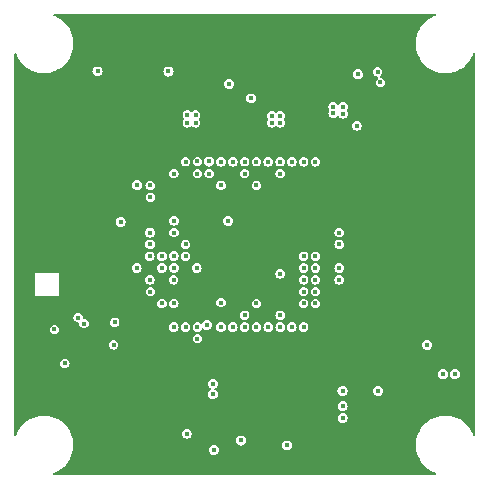
<source format=gbr>
G04 #@! TF.GenerationSoftware,KiCad,Pcbnew,8.0.4*
G04 #@! TF.CreationDate,2025-09-28T15:06:51-07:00*
G04 #@! TF.ProjectId,GMAX3412_breakout,474d4158-3334-4313-925f-627265616b6f,rev?*
G04 #@! TF.SameCoordinates,Original*
G04 #@! TF.FileFunction,Copper,L2,Inr*
G04 #@! TF.FilePolarity,Positive*
%FSLAX46Y46*%
G04 Gerber Fmt 4.6, Leading zero omitted, Abs format (unit mm)*
G04 Created by KiCad (PCBNEW 8.0.4) date 2025-09-28 15:06:51*
%MOMM*%
%LPD*%
G01*
G04 APERTURE LIST*
G04 #@! TA.AperFunction,ViaPad*
%ADD10C,0.400000*%
G04 #@! TD*
G04 #@! TA.AperFunction,ViaPad*
%ADD11C,0.450000*%
G04 #@! TD*
G04 APERTURE END LIST*
D10*
G04 #@! TO.N,VDDIO*
X11520000Y-15500000D03*
X13500000Y-13500000D03*
X3400000Y-26700000D03*
X4280000Y-29580000D03*
G04 #@! TO.N,GND*
X18710000Y-3900000D03*
X30750000Y-7350000D03*
X19500000Y-23500000D03*
X21300000Y-35400000D03*
D11*
X35550000Y-20000000D03*
D10*
X22500000Y-15500000D03*
X23125000Y-33300000D03*
X30000000Y-7350000D03*
X10520000Y-19500000D03*
X26000000Y-16000000D03*
X20500000Y-23500000D03*
D11*
X35550000Y-27500000D03*
D10*
X7050000Y-2750000D03*
X17400000Y-31700000D03*
X2100000Y-24100000D03*
X4700000Y-28000000D03*
X6800000Y-8550000D03*
X10520000Y-18500000D03*
X29250000Y-7350000D03*
X3200000Y-29800000D03*
X37100000Y-8300000D03*
X3600000Y-21100000D03*
X20050000Y-3450000D03*
X19500000Y-15500000D03*
X1000000Y-27800000D03*
X24000000Y-22000000D03*
X20800000Y-8600000D03*
X16200000Y-30800000D03*
X13500000Y-12500000D03*
X31100000Y-38200000D03*
X30000000Y-3650000D03*
X26500000Y-19500000D03*
X21500000Y-13500000D03*
X2100000Y-21700000D03*
D11*
X33300000Y-29000000D03*
D10*
X8000000Y-5300000D03*
X28750000Y-13550000D03*
X20800000Y-9300000D03*
X20050000Y-9300000D03*
X22500000Y-24500000D03*
D11*
X26800000Y-33200000D03*
D10*
X21000000Y-6700000D03*
X8000000Y-4400000D03*
X27900000Y-6500000D03*
X31100000Y-37000000D03*
X12500000Y-18500000D03*
X11500000Y-24500000D03*
X17500000Y-25500000D03*
X17500000Y-37200000D03*
X6400000Y-26700000D03*
X13750000Y-9250000D03*
X14520000Y-25500000D03*
X9100000Y-26100000D03*
X14500000Y-18500000D03*
X12500000Y-15500000D03*
X20500000Y-25500000D03*
X30000000Y-10460000D03*
X26850000Y-3950000D03*
D11*
X31190000Y-28450000D03*
D10*
X30750000Y-6650000D03*
X11500000Y-17500000D03*
X12000000Y-14950000D03*
X27900000Y-5950000D03*
X13000000Y-8550000D03*
X37100000Y-16000000D03*
X16500000Y-11520000D03*
X9775000Y-12475000D03*
X13900000Y-35700000D03*
X10520000Y-22500000D03*
X36000000Y-8300000D03*
X20800000Y-2750000D03*
X9420000Y-21500000D03*
X16800000Y-35600000D03*
X12500000Y-22500000D03*
X8550000Y-11830000D03*
X6500000Y-37000000D03*
X24000000Y-20000000D03*
X9800000Y-33700000D03*
X11300000Y-9900000D03*
X3600000Y-24700000D03*
D11*
X35550000Y-24500000D03*
D10*
X6300000Y-3450000D03*
X23280000Y-30600000D03*
X15450000Y-22430000D03*
X13000000Y-2750000D03*
X20050000Y-8600000D03*
X26000000Y-15000000D03*
X21000000Y-7550000D03*
X8700000Y-13925000D03*
X7050000Y-3450000D03*
X27000000Y-16000000D03*
X11900000Y-11650000D03*
D11*
X35000000Y-29000000D03*
D10*
X4700000Y-27400000D03*
X20500000Y-13500000D03*
X3600000Y-21700000D03*
X13900000Y-32120000D03*
X27600000Y-3950000D03*
X15480000Y-20500000D03*
X2100000Y-24700000D03*
X20050000Y-2750000D03*
D11*
X34100000Y-29000000D03*
D10*
X14600000Y-34600000D03*
D11*
X35550000Y-23000000D03*
D10*
X12900000Y-35700000D03*
X13750000Y-8550000D03*
X12500000Y-23500000D03*
X9700000Y-14500000D03*
X22500000Y-23500000D03*
X23500000Y-25520000D03*
X19000000Y-35400000D03*
X21300000Y-31600000D03*
X14500000Y-17500000D03*
X17500000Y-15500000D03*
X27000000Y-17000000D03*
X14000000Y-4400000D03*
X11100000Y-38200000D03*
D11*
X26800000Y-34200000D03*
D10*
X10520000Y-20500000D03*
X6800000Y-9250000D03*
X36000000Y-9600000D03*
X20800000Y-3450000D03*
X33750000Y-11500000D03*
X21500000Y-25520000D03*
X14500000Y-13500000D03*
X30000000Y-6650000D03*
X20500000Y-15500000D03*
X13000000Y-9250000D03*
X14000000Y-5300000D03*
X25500000Y-38200000D03*
X21300000Y-36800000D03*
X3600000Y-24100000D03*
X23500000Y-13500000D03*
X18500000Y-13480000D03*
X37100000Y-9600000D03*
X36000000Y-14600000D03*
X8500000Y-28800000D03*
X2100000Y-21100000D03*
X26850000Y-4650000D03*
X24500000Y-13480000D03*
X18300000Y-33300000D03*
X3320000Y-30350000D03*
X25500000Y-13500000D03*
X6400000Y-25700000D03*
X17400000Y-30800000D03*
X37100000Y-14600000D03*
X13500000Y-25500000D03*
X12250000Y-3450000D03*
X26250000Y-21500000D03*
X19500000Y-24500000D03*
X19500000Y-14500000D03*
X17500000Y-23500000D03*
X9050000Y-9900000D03*
X29250000Y-6650000D03*
X24000000Y-24000000D03*
X13000000Y-3450000D03*
X36000000Y-16000000D03*
X1420000Y-30350000D03*
X7500000Y-16600000D03*
X32600000Y-11500000D03*
X23100000Y-37480000D03*
X24000000Y-21000000D03*
X10150000Y-9900000D03*
X12250000Y-2750000D03*
X15500000Y-11520000D03*
X14500000Y-22500000D03*
X26500000Y-18500000D03*
X16800000Y-34600000D03*
X28800000Y-2300000D03*
X1000000Y-28500000D03*
X24500000Y-14500000D03*
X17500000Y-13500000D03*
X26000000Y-17000000D03*
X26900000Y-5950000D03*
X25500000Y-37000000D03*
X8200000Y-29700000D03*
D11*
X35550000Y-26000000D03*
D10*
X7550000Y-8550000D03*
X12900000Y-35100000D03*
X18500000Y-25500000D03*
X15480000Y-19500000D03*
X26900000Y-6500000D03*
X18900000Y-31800000D03*
X3320000Y-31350000D03*
X27600000Y-4650000D03*
D11*
X36800000Y-21500000D03*
D10*
X6500000Y-38200000D03*
X21300000Y-33500000D03*
X6300000Y-2750000D03*
X4900000Y-26700000D03*
D11*
X35550000Y-21500000D03*
D10*
X15500000Y-14500000D03*
D11*
X36800000Y-24500000D03*
D10*
X24000000Y-23000000D03*
X26250000Y-22500000D03*
X27000000Y-15000000D03*
X19000000Y-36800000D03*
X4900000Y-25100000D03*
G04 #@! TO.N,Net-(U1-VBGR)*
X13500000Y-24500000D03*
G04 #@! TO.N,Net-(U1-VRS)*
X16500000Y-13500000D03*
D11*
G04 #@! TO.N,Net-(U1-VRF)*
X16500000Y-12480000D03*
G04 #@! TO.N,Net-(U1-VREF)*
X16300000Y-26300000D03*
D10*
G04 #@! TO.N,Net-(U1-VBIASP)*
X15500000Y-26500000D03*
G04 #@! TO.N,VDDA*
X18500000Y-26500000D03*
X15350000Y-8550000D03*
X15350000Y-9200000D03*
X14500000Y-12500000D03*
X11480000Y-20500000D03*
X24500000Y-12520000D03*
X14650000Y-8550000D03*
X13520000Y-18500000D03*
X24500000Y-26500000D03*
X14650000Y-9200000D03*
X21500000Y-26500000D03*
X15500000Y-12480000D03*
X18500000Y-12520000D03*
X11520000Y-23500000D03*
X15500000Y-27480000D03*
X13480000Y-22500000D03*
X13500000Y-26500000D03*
X21500000Y-12520000D03*
X13520000Y-17500000D03*
G04 #@! TO.N,Net-(U1-VCPNO)*
X11480000Y-22500000D03*
G04 #@! TO.N,Net-(U1-VCPNI)*
X10380000Y-21500000D03*
G04 #@! TO.N,Net-(U1-VTX2L)*
X13500000Y-20480000D03*
G04 #@! TO.N,Net-(U1-VTX2H)*
X12500000Y-21500000D03*
G04 #@! TO.N,Net-(U1-VGRSTL)*
X14500000Y-20500000D03*
G04 #@! TO.N,Net-(U1-VGRSTH)*
X15450000Y-21500000D03*
G04 #@! TO.N,Net-(U1-VTX1H)*
X13520000Y-21500000D03*
G04 #@! TO.N,Net-(U1-VTX1L)*
X12500000Y-20500000D03*
D11*
G04 #@! TO.N,Net-(U1-VCPPO)*
X11500000Y-18500000D03*
G04 #@! TO.N,Net-(U1-VCPPI)*
X11500000Y-19500000D03*
D10*
G04 #@! TO.N,Net-(U1-VGRSTL2)*
X14500000Y-19500000D03*
D11*
G04 #@! TO.N,Net-(U1-SYS_RST_N)*
X9000000Y-17600000D03*
G04 #@! TO.N,Net-(U5-SS_CTRL)*
X29100000Y-5100000D03*
D10*
X31000000Y-5787500D03*
D11*
G04 #@! TO.N,SCL_3V3*
X19200000Y-36100000D03*
D10*
X5900000Y-26200000D03*
D11*
G04 #@! TO.N,+3V3*
X36300000Y-30500000D03*
X23100000Y-36520000D03*
X27800000Y-33200000D03*
X37300000Y-30500000D03*
X30810000Y-31900000D03*
X27790000Y-31900000D03*
X27800000Y-34200000D03*
G04 #@! TO.N,SDA_3V3*
X16900000Y-36900000D03*
D10*
X5400000Y-25700000D03*
D11*
G04 #@! TO.N,CAM_EN*
X13050000Y-4862500D03*
D10*
X30750000Y-4900000D03*
D11*
X20050000Y-7137500D03*
X34950000Y-28000000D03*
X7050000Y-4850000D03*
D10*
G04 #@! TO.N,CLOCK*
X11500000Y-14510000D03*
G04 #@! TO.N,Net-(U1-RES_EXT_NODE_P)*
X12500000Y-24500000D03*
D11*
G04 #@! TO.N,Net-(U1-SDO_TDIG)*
X18100000Y-17500000D03*
D10*
G04 #@! TO.N,CAM_D1_N*
X25500000Y-21500000D03*
G04 #@! TO.N,VDDD*
X27500000Y-22500000D03*
X22500000Y-13500000D03*
X27500000Y-21500000D03*
X19500000Y-26500000D03*
X22500000Y-12500000D03*
X22500000Y-9200000D03*
X21800000Y-8600000D03*
X22500000Y-26500000D03*
D11*
X18200000Y-5900000D03*
D10*
X27500000Y-19500000D03*
X22500000Y-25500000D03*
X20500000Y-12500000D03*
X15500000Y-13500000D03*
X14500000Y-26500000D03*
X25500000Y-12520000D03*
X17500000Y-12520000D03*
X21800000Y-9200000D03*
X22500000Y-22000000D03*
X27500000Y-18500000D03*
X17500000Y-24423000D03*
X17500000Y-26500000D03*
X17500000Y-14500000D03*
X19500000Y-25500000D03*
X20500000Y-24500000D03*
X20500000Y-14500000D03*
X19500000Y-12500000D03*
X19500000Y-13500000D03*
X22500000Y-8600000D03*
X20500000Y-26500000D03*
G04 #@! TO.N,CAM_D0_P*
X24500000Y-20500000D03*
G04 #@! TO.N,CAM_D2_N*
X25500000Y-23500000D03*
G04 #@! TO.N,CAM_D1_P*
X24500000Y-21500000D03*
G04 #@! TO.N,VDDPIX*
X27000000Y-7850000D03*
X29000000Y-9470000D03*
X27850000Y-7850000D03*
X23500000Y-26500000D03*
X27000000Y-8400000D03*
X27850000Y-8450000D03*
X23500000Y-12520000D03*
G04 #@! TO.N,CAM_D0_N*
X25500000Y-20500000D03*
G04 #@! TO.N,CAM_D2_P*
X24500000Y-23500000D03*
G04 #@! TO.N,TEXP1*
X8500000Y-26100000D03*
D11*
X16800000Y-31300000D03*
D10*
G04 #@! TO.N,CAM_D3_N*
X25500000Y-24500000D03*
G04 #@! TO.N,CAM_CLK_P*
X24500000Y-22500000D03*
D11*
G04 #@! TO.N,TEXP2*
X16800000Y-32200000D03*
D10*
X8400000Y-28000000D03*
G04 #@! TO.N,CAM_D3_P*
X24500000Y-24500000D03*
G04 #@! TO.N,CAM_CLK_N*
X25500000Y-22500000D03*
G04 #@! TO.N,CLOCK2*
X14600000Y-35549999D03*
D11*
X10400000Y-14500000D03*
G04 #@! TD*
G04 #@! TA.AperFunction,Conductor*
G04 #@! TO.N,GND*
G36*
X35690511Y-21674D02*
G01*
X35712185Y-74000D01*
X35690511Y-126326D01*
X35662626Y-143847D01*
X35541592Y-186198D01*
X35288559Y-308052D01*
X35050751Y-457477D01*
X34831175Y-632583D01*
X34632583Y-831175D01*
X34457477Y-1050751D01*
X34308052Y-1288559D01*
X34186198Y-1541592D01*
X34093442Y-1806674D01*
X34093437Y-1806690D01*
X34030945Y-2080486D01*
X34030945Y-2080487D01*
X33999500Y-2359578D01*
X33999500Y-2640421D01*
X34030945Y-2919512D01*
X34030945Y-2919513D01*
X34093437Y-3193309D01*
X34093442Y-3193325D01*
X34186198Y-3458407D01*
X34308052Y-3711440D01*
X34308054Y-3711444D01*
X34308055Y-3711445D01*
X34457477Y-3949248D01*
X34632584Y-4168825D01*
X34831175Y-4367416D01*
X35050752Y-4542523D01*
X35288555Y-4691945D01*
X35288558Y-4691946D01*
X35288559Y-4691947D01*
X35340321Y-4716874D01*
X35541592Y-4813801D01*
X35806682Y-4906560D01*
X35806687Y-4906561D01*
X35806690Y-4906562D01*
X36080486Y-4969054D01*
X36080487Y-4969054D01*
X36080491Y-4969055D01*
X36359575Y-5000500D01*
X36359579Y-5000500D01*
X36640421Y-5000500D01*
X36640425Y-5000500D01*
X36919509Y-4969055D01*
X37193318Y-4906560D01*
X37458408Y-4813801D01*
X37711445Y-4691945D01*
X37949248Y-4542523D01*
X38168825Y-4367416D01*
X38367416Y-4168825D01*
X38542523Y-3949248D01*
X38691945Y-3711445D01*
X38813801Y-3458408D01*
X38856153Y-3337374D01*
X38893892Y-3295142D01*
X38950440Y-3291967D01*
X38992672Y-3329706D01*
X39000000Y-3361814D01*
X39000000Y-35638185D01*
X38978326Y-35690511D01*
X38926000Y-35712185D01*
X38873674Y-35690511D01*
X38856153Y-35662626D01*
X38813801Y-35541592D01*
X38691947Y-35288559D01*
X38691946Y-35288558D01*
X38691945Y-35288555D01*
X38542523Y-35050752D01*
X38367416Y-34831175D01*
X38168825Y-34632584D01*
X37949248Y-34457477D01*
X37711445Y-34308055D01*
X37711444Y-34308054D01*
X37711440Y-34308052D01*
X37458407Y-34186198D01*
X37193325Y-34093442D01*
X37193309Y-34093437D01*
X36919513Y-34030945D01*
X36779967Y-34015222D01*
X36640425Y-33999500D01*
X36359575Y-33999500D01*
X36220033Y-34015222D01*
X36080487Y-34030945D01*
X36080486Y-34030945D01*
X35806690Y-34093437D01*
X35806674Y-34093442D01*
X35541592Y-34186198D01*
X35288559Y-34308052D01*
X35050751Y-34457477D01*
X34831175Y-34632583D01*
X34632583Y-34831175D01*
X34457477Y-35050751D01*
X34308052Y-35288559D01*
X34186198Y-35541592D01*
X34093442Y-35806674D01*
X34093437Y-35806690D01*
X34030945Y-36080486D01*
X34030945Y-36080487D01*
X33999500Y-36359578D01*
X33999500Y-36640421D01*
X34030945Y-36919512D01*
X34030945Y-36919513D01*
X34093437Y-37193309D01*
X34093442Y-37193325D01*
X34186198Y-37458407D01*
X34308052Y-37711440D01*
X34308054Y-37711444D01*
X34308055Y-37711445D01*
X34457477Y-37949248D01*
X34632584Y-38168825D01*
X34831175Y-38367416D01*
X35050752Y-38542523D01*
X35288555Y-38691945D01*
X35288558Y-38691946D01*
X35288559Y-38691947D01*
X35541592Y-38813801D01*
X35662626Y-38856153D01*
X35704857Y-38893893D01*
X35708032Y-38950441D01*
X35670292Y-38992672D01*
X35638185Y-39000000D01*
X3361815Y-39000000D01*
X3309489Y-38978326D01*
X3287815Y-38926000D01*
X3309489Y-38873674D01*
X3337374Y-38856153D01*
X3399821Y-38834301D01*
X3458408Y-38813801D01*
X3711445Y-38691945D01*
X3949248Y-38542523D01*
X4168825Y-38367416D01*
X4367416Y-38168825D01*
X4542523Y-37949248D01*
X4691945Y-37711445D01*
X4813801Y-37458408D01*
X4906560Y-37193318D01*
X4969055Y-36919509D01*
X4971253Y-36900000D01*
X16469196Y-36900000D01*
X16490280Y-37033126D01*
X16551471Y-37153219D01*
X16551472Y-37153220D01*
X16646780Y-37248528D01*
X16766873Y-37309718D01*
X16766873Y-37309719D01*
X16785075Y-37312601D01*
X16900000Y-37330804D01*
X17033126Y-37309719D01*
X17153220Y-37248528D01*
X17248528Y-37153220D01*
X17309719Y-37033126D01*
X17330804Y-36900000D01*
X17309719Y-36766874D01*
X17309719Y-36766873D01*
X17248528Y-36646780D01*
X17153219Y-36551471D01*
X17033126Y-36490281D01*
X17033126Y-36490280D01*
X16900000Y-36469196D01*
X16766873Y-36490280D01*
X16766873Y-36490281D01*
X16646780Y-36551471D01*
X16551471Y-36646780D01*
X16490281Y-36766873D01*
X16490280Y-36766873D01*
X16469196Y-36900000D01*
X4971253Y-36900000D01*
X5000500Y-36640425D01*
X5000500Y-36359575D01*
X4971253Y-36100000D01*
X18769196Y-36100000D01*
X18790280Y-36233126D01*
X18851471Y-36353219D01*
X18851472Y-36353220D01*
X18946780Y-36448528D01*
X19066873Y-36509718D01*
X19066873Y-36509719D01*
X19085075Y-36512601D01*
X19200000Y-36530804D01*
X19268214Y-36520000D01*
X22669196Y-36520000D01*
X22690280Y-36653126D01*
X22751471Y-36773219D01*
X22751472Y-36773220D01*
X22846780Y-36868528D01*
X22966873Y-36929718D01*
X22966873Y-36929719D01*
X22985075Y-36932601D01*
X23100000Y-36950804D01*
X23233126Y-36929719D01*
X23353220Y-36868528D01*
X23448528Y-36773220D01*
X23509719Y-36653126D01*
X23530804Y-36520000D01*
X23509719Y-36386874D01*
X23509719Y-36386873D01*
X23448528Y-36266780D01*
X23353219Y-36171471D01*
X23233126Y-36110281D01*
X23233126Y-36110280D01*
X23100000Y-36089196D01*
X22966873Y-36110280D01*
X22966873Y-36110281D01*
X22846780Y-36171471D01*
X22751471Y-36266780D01*
X22690281Y-36386873D01*
X22690280Y-36386873D01*
X22669196Y-36520000D01*
X19268214Y-36520000D01*
X19333126Y-36509719D01*
X19453220Y-36448528D01*
X19548528Y-36353220D01*
X19609719Y-36233126D01*
X19630804Y-36100000D01*
X19609719Y-35966874D01*
X19609719Y-35966873D01*
X19548528Y-35846780D01*
X19453219Y-35751471D01*
X19333126Y-35690281D01*
X19333126Y-35690280D01*
X19200000Y-35669196D01*
X19066873Y-35690280D01*
X19066873Y-35690281D01*
X18946780Y-35751471D01*
X18851471Y-35846780D01*
X18790281Y-35966873D01*
X18790280Y-35966873D01*
X18769196Y-36100000D01*
X4971253Y-36100000D01*
X4969055Y-36080491D01*
X4943123Y-35966874D01*
X4906562Y-35806690D01*
X4906557Y-35806674D01*
X4900142Y-35788342D01*
X4816743Y-35549999D01*
X14194508Y-35549999D01*
X14214353Y-35675300D01*
X14214353Y-35675301D01*
X14214354Y-35675303D01*
X14271950Y-35788341D01*
X14361658Y-35878049D01*
X14474696Y-35935645D01*
X14600000Y-35955491D01*
X14725304Y-35935645D01*
X14838342Y-35878049D01*
X14928050Y-35788341D01*
X14985646Y-35675303D01*
X15005492Y-35549999D01*
X14985646Y-35424695D01*
X14928050Y-35311657D01*
X14838342Y-35221949D01*
X14725304Y-35164353D01*
X14725302Y-35164352D01*
X14725301Y-35164352D01*
X14600000Y-35144507D01*
X14474698Y-35164352D01*
X14361656Y-35221950D01*
X14271951Y-35311655D01*
X14214353Y-35424697D01*
X14194508Y-35549999D01*
X4816743Y-35549999D01*
X4813801Y-35541592D01*
X4691945Y-35288555D01*
X4542523Y-35050752D01*
X4367416Y-34831175D01*
X4168825Y-34632584D01*
X3949248Y-34457477D01*
X3711445Y-34308055D01*
X3711444Y-34308054D01*
X3711440Y-34308052D01*
X3487067Y-34200000D01*
X27369196Y-34200000D01*
X27390280Y-34333126D01*
X27451471Y-34453219D01*
X27451472Y-34453220D01*
X27546780Y-34548528D01*
X27666873Y-34609718D01*
X27666873Y-34609719D01*
X27685075Y-34612601D01*
X27800000Y-34630804D01*
X27933126Y-34609719D01*
X28053220Y-34548528D01*
X28148528Y-34453220D01*
X28209719Y-34333126D01*
X28230804Y-34200000D01*
X28209719Y-34066874D01*
X28209719Y-34066873D01*
X28148528Y-33946780D01*
X28053219Y-33851471D01*
X27933126Y-33790281D01*
X27933126Y-33790280D01*
X27833073Y-33774434D01*
X27824578Y-33773088D01*
X27804752Y-33760938D01*
X27775420Y-33773089D01*
X27666874Y-33790280D01*
X27666873Y-33790281D01*
X27546780Y-33851471D01*
X27451471Y-33946780D01*
X27390281Y-34066873D01*
X27390280Y-34066873D01*
X27369196Y-34200000D01*
X3487067Y-34200000D01*
X3458407Y-34186198D01*
X3193325Y-34093442D01*
X3193309Y-34093437D01*
X2919513Y-34030945D01*
X2779967Y-34015222D01*
X2640425Y-33999500D01*
X2359575Y-33999500D01*
X2220033Y-34015222D01*
X2080487Y-34030945D01*
X2080486Y-34030945D01*
X1806690Y-34093437D01*
X1806674Y-34093442D01*
X1541592Y-34186198D01*
X1288559Y-34308052D01*
X1050751Y-34457477D01*
X831175Y-34632583D01*
X632583Y-34831175D01*
X457477Y-35050751D01*
X308052Y-35288559D01*
X186198Y-35541592D01*
X143847Y-35662626D01*
X106107Y-35704857D01*
X49559Y-35708032D01*
X7328Y-35670292D01*
X0Y-35638185D01*
X0Y-33200000D01*
X27369196Y-33200000D01*
X27390280Y-33333126D01*
X27451471Y-33453219D01*
X27451472Y-33453220D01*
X27546780Y-33548528D01*
X27666874Y-33609719D01*
X27775420Y-33626911D01*
X27795246Y-33639061D01*
X27824578Y-33626911D01*
X27933126Y-33609719D01*
X28053220Y-33548528D01*
X28148528Y-33453220D01*
X28209719Y-33333126D01*
X28230804Y-33200000D01*
X28209719Y-33066874D01*
X28209719Y-33066873D01*
X28148528Y-32946780D01*
X28053219Y-32851471D01*
X27933126Y-32790281D01*
X27933126Y-32790280D01*
X27800000Y-32769196D01*
X27666873Y-32790280D01*
X27666873Y-32790281D01*
X27546780Y-32851471D01*
X27451471Y-32946780D01*
X27390281Y-33066873D01*
X27390280Y-33066873D01*
X27369196Y-33200000D01*
X0Y-33200000D01*
X0Y-31300000D01*
X16369196Y-31300000D01*
X16390280Y-31433126D01*
X16451471Y-31553219D01*
X16546780Y-31648528D01*
X16616527Y-31684066D01*
X16653310Y-31727133D01*
X16648866Y-31783595D01*
X16616527Y-31815934D01*
X16546780Y-31851471D01*
X16451471Y-31946780D01*
X16390281Y-32066873D01*
X16390280Y-32066873D01*
X16369196Y-32200000D01*
X16390280Y-32333126D01*
X16451471Y-32453219D01*
X16451472Y-32453220D01*
X16546780Y-32548528D01*
X16666873Y-32609718D01*
X16666873Y-32609719D01*
X16685075Y-32612601D01*
X16800000Y-32630804D01*
X16933126Y-32609719D01*
X17053220Y-32548528D01*
X17148528Y-32453220D01*
X17209719Y-32333126D01*
X17230804Y-32200000D01*
X17209719Y-32066874D01*
X17209719Y-32066873D01*
X17148528Y-31946780D01*
X17101748Y-31900000D01*
X27359196Y-31900000D01*
X27380280Y-32033126D01*
X27397476Y-32066874D01*
X27441472Y-32153220D01*
X27536780Y-32248528D01*
X27656873Y-32309718D01*
X27656873Y-32309719D01*
X27675075Y-32312601D01*
X27790000Y-32330804D01*
X27923126Y-32309719D01*
X28043220Y-32248528D01*
X28138528Y-32153220D01*
X28199719Y-32033126D01*
X28220804Y-31900000D01*
X30379196Y-31900000D01*
X30400280Y-32033126D01*
X30417476Y-32066874D01*
X30461472Y-32153220D01*
X30556780Y-32248528D01*
X30676873Y-32309718D01*
X30676873Y-32309719D01*
X30695075Y-32312601D01*
X30810000Y-32330804D01*
X30943126Y-32309719D01*
X31063220Y-32248528D01*
X31158528Y-32153220D01*
X31219719Y-32033126D01*
X31240804Y-31900000D01*
X31219719Y-31766874D01*
X31219719Y-31766873D01*
X31158528Y-31646780D01*
X31063219Y-31551471D01*
X30943126Y-31490281D01*
X30943126Y-31490280D01*
X30810000Y-31469196D01*
X30676873Y-31490280D01*
X30676873Y-31490281D01*
X30556780Y-31551471D01*
X30461471Y-31646780D01*
X30400281Y-31766873D01*
X30400280Y-31766873D01*
X30379196Y-31900000D01*
X28220804Y-31900000D01*
X28199719Y-31766874D01*
X28199719Y-31766873D01*
X28138528Y-31646780D01*
X28043219Y-31551471D01*
X27923126Y-31490281D01*
X27923126Y-31490280D01*
X27790000Y-31469196D01*
X27656873Y-31490280D01*
X27656873Y-31490281D01*
X27536780Y-31551471D01*
X27441471Y-31646780D01*
X27380281Y-31766873D01*
X27380280Y-31766873D01*
X27359196Y-31900000D01*
X17101748Y-31900000D01*
X17053222Y-31851474D01*
X17053220Y-31851472D01*
X16983469Y-31815932D01*
X16946689Y-31772867D01*
X16951132Y-31716405D01*
X16983469Y-31684067D01*
X17053220Y-31648528D01*
X17148528Y-31553220D01*
X17209719Y-31433126D01*
X17230804Y-31300000D01*
X17209719Y-31166874D01*
X17209719Y-31166873D01*
X17148528Y-31046780D01*
X17053219Y-30951471D01*
X16933126Y-30890281D01*
X16933126Y-30890280D01*
X16800000Y-30869196D01*
X16666873Y-30890280D01*
X16666873Y-30890281D01*
X16546780Y-30951471D01*
X16451471Y-31046780D01*
X16390281Y-31166873D01*
X16390280Y-31166873D01*
X16369196Y-31300000D01*
X0Y-31300000D01*
X0Y-30500000D01*
X35869196Y-30500000D01*
X35890280Y-30633126D01*
X35951471Y-30753219D01*
X35951472Y-30753220D01*
X36046780Y-30848528D01*
X36166873Y-30909718D01*
X36166873Y-30909719D01*
X36185075Y-30912601D01*
X36300000Y-30930804D01*
X36433126Y-30909719D01*
X36553220Y-30848528D01*
X36648528Y-30753220D01*
X36709719Y-30633126D01*
X36726911Y-30524578D01*
X36739061Y-30504752D01*
X36735123Y-30495246D01*
X36860938Y-30495246D01*
X36873088Y-30524578D01*
X36890281Y-30633126D01*
X36951472Y-30753220D01*
X37046780Y-30848528D01*
X37166873Y-30909718D01*
X37166873Y-30909719D01*
X37185075Y-30912601D01*
X37300000Y-30930804D01*
X37433126Y-30909719D01*
X37553220Y-30848528D01*
X37648528Y-30753220D01*
X37709719Y-30633126D01*
X37730804Y-30500000D01*
X37709719Y-30366874D01*
X37709719Y-30366873D01*
X37648528Y-30246780D01*
X37553219Y-30151471D01*
X37433126Y-30090281D01*
X37433126Y-30090280D01*
X37300000Y-30069196D01*
X37166873Y-30090280D01*
X37166873Y-30090281D01*
X37046780Y-30151471D01*
X36951471Y-30246780D01*
X36890281Y-30366873D01*
X36890280Y-30366874D01*
X36873089Y-30475420D01*
X36860938Y-30495246D01*
X36735123Y-30495246D01*
X36726911Y-30475420D01*
X36709719Y-30366874D01*
X36709718Y-30366873D01*
X36648528Y-30246780D01*
X36553219Y-30151471D01*
X36433126Y-30090281D01*
X36433126Y-30090280D01*
X36300000Y-30069196D01*
X36166873Y-30090280D01*
X36166873Y-30090281D01*
X36046780Y-30151471D01*
X35951471Y-30246780D01*
X35890281Y-30366873D01*
X35890280Y-30366873D01*
X35869196Y-30500000D01*
X0Y-30500000D01*
X0Y-29580000D01*
X3874508Y-29580000D01*
X3894353Y-29705301D01*
X3894353Y-29705302D01*
X3894354Y-29705304D01*
X3951950Y-29818342D01*
X4041658Y-29908050D01*
X4154696Y-29965646D01*
X4280000Y-29985492D01*
X4405304Y-29965646D01*
X4518342Y-29908050D01*
X4608050Y-29818342D01*
X4665646Y-29705304D01*
X4685492Y-29580000D01*
X4665646Y-29454696D01*
X4608050Y-29341658D01*
X4518342Y-29251950D01*
X4405304Y-29194354D01*
X4405302Y-29194353D01*
X4405301Y-29194353D01*
X4280000Y-29174508D01*
X4154698Y-29194353D01*
X4041656Y-29251951D01*
X3951951Y-29341656D01*
X3894353Y-29454698D01*
X3874508Y-29580000D01*
X0Y-29580000D01*
X0Y-28000000D01*
X7994508Y-28000000D01*
X8014353Y-28125301D01*
X8014353Y-28125302D01*
X8014354Y-28125304D01*
X8071950Y-28238342D01*
X8161658Y-28328050D01*
X8274696Y-28385646D01*
X8400000Y-28405492D01*
X8525304Y-28385646D01*
X8638342Y-28328050D01*
X8728050Y-28238342D01*
X8785646Y-28125304D01*
X8805492Y-28000000D01*
X34519196Y-28000000D01*
X34540280Y-28133126D01*
X34601471Y-28253219D01*
X34601472Y-28253220D01*
X34696780Y-28348528D01*
X34816873Y-28409718D01*
X34816873Y-28409719D01*
X34835075Y-28412601D01*
X34950000Y-28430804D01*
X35083126Y-28409719D01*
X35203220Y-28348528D01*
X35298528Y-28253220D01*
X35359719Y-28133126D01*
X35380804Y-28000000D01*
X35359719Y-27866874D01*
X35359719Y-27866873D01*
X35298528Y-27746780D01*
X35203219Y-27651471D01*
X35083126Y-27590281D01*
X35083126Y-27590280D01*
X34950000Y-27569196D01*
X34816873Y-27590280D01*
X34816873Y-27590281D01*
X34696780Y-27651471D01*
X34601471Y-27746780D01*
X34540281Y-27866873D01*
X34540280Y-27866873D01*
X34519196Y-28000000D01*
X8805492Y-28000000D01*
X8785646Y-27874696D01*
X8728050Y-27761658D01*
X8638342Y-27671950D01*
X8525304Y-27614354D01*
X8525302Y-27614353D01*
X8525301Y-27614353D01*
X8400000Y-27594508D01*
X8274698Y-27614353D01*
X8161656Y-27671951D01*
X8071951Y-27761656D01*
X8014353Y-27874698D01*
X7994508Y-28000000D01*
X0Y-28000000D01*
X0Y-27480000D01*
X15094508Y-27480000D01*
X15114353Y-27605301D01*
X15114353Y-27605302D01*
X15114354Y-27605304D01*
X15171950Y-27718342D01*
X15261658Y-27808050D01*
X15374696Y-27865646D01*
X15500000Y-27885492D01*
X15625304Y-27865646D01*
X15738342Y-27808050D01*
X15828050Y-27718342D01*
X15885646Y-27605304D01*
X15905492Y-27480000D01*
X15885646Y-27354696D01*
X15828050Y-27241658D01*
X15738342Y-27151950D01*
X15625304Y-27094354D01*
X15625302Y-27094353D01*
X15625301Y-27094353D01*
X15500000Y-27074508D01*
X15374698Y-27094353D01*
X15261656Y-27151951D01*
X15171951Y-27241656D01*
X15114353Y-27354698D01*
X15094508Y-27480000D01*
X0Y-27480000D01*
X0Y-26700000D01*
X2994508Y-26700000D01*
X3014353Y-26825301D01*
X3014353Y-26825302D01*
X3014354Y-26825304D01*
X3071950Y-26938342D01*
X3161658Y-27028050D01*
X3274696Y-27085646D01*
X3400000Y-27105492D01*
X3525304Y-27085646D01*
X3638342Y-27028050D01*
X3728050Y-26938342D01*
X3785646Y-26825304D01*
X3805492Y-26700000D01*
X3785646Y-26574696D01*
X3728050Y-26461658D01*
X3638342Y-26371950D01*
X3525304Y-26314354D01*
X3525302Y-26314353D01*
X3525301Y-26314353D01*
X3400000Y-26294508D01*
X3274698Y-26314353D01*
X3161656Y-26371951D01*
X3071951Y-26461656D01*
X3014353Y-26574698D01*
X2994508Y-26700000D01*
X0Y-26700000D01*
X0Y-25700000D01*
X4994508Y-25700000D01*
X5014353Y-25825301D01*
X5014353Y-25825302D01*
X5014354Y-25825304D01*
X5071950Y-25938342D01*
X5161658Y-26028050D01*
X5274696Y-26085646D01*
X5400000Y-26105492D01*
X5411694Y-26103639D01*
X5466765Y-26116859D01*
X5496360Y-26165149D01*
X5496360Y-26188302D01*
X5494508Y-26199994D01*
X5494508Y-26199999D01*
X5514353Y-26325301D01*
X5514353Y-26325302D01*
X5514354Y-26325304D01*
X5571950Y-26438342D01*
X5661658Y-26528050D01*
X5774696Y-26585646D01*
X5900000Y-26605492D01*
X6025304Y-26585646D01*
X6138342Y-26528050D01*
X6228050Y-26438342D01*
X6285646Y-26325304D01*
X6305492Y-26200000D01*
X6289654Y-26100000D01*
X8094508Y-26100000D01*
X8114353Y-26225301D01*
X8114353Y-26225302D01*
X8114354Y-26225304D01*
X8171950Y-26338342D01*
X8261658Y-26428050D01*
X8374696Y-26485646D01*
X8500000Y-26505492D01*
X8534675Y-26500000D01*
X13094508Y-26500000D01*
X13114353Y-26625301D01*
X13114353Y-26625302D01*
X13114354Y-26625304D01*
X13171950Y-26738342D01*
X13261658Y-26828050D01*
X13374696Y-26885646D01*
X13500000Y-26905492D01*
X13625304Y-26885646D01*
X13738342Y-26828050D01*
X13828050Y-26738342D01*
X13885646Y-26625304D01*
X13905492Y-26500000D01*
X14094508Y-26500000D01*
X14114353Y-26625301D01*
X14114353Y-26625302D01*
X14114354Y-26625304D01*
X14171950Y-26738342D01*
X14261658Y-26828050D01*
X14374696Y-26885646D01*
X14500000Y-26905492D01*
X14625304Y-26885646D01*
X14738342Y-26828050D01*
X14828050Y-26738342D01*
X14885646Y-26625304D01*
X14905492Y-26500000D01*
X15094508Y-26500000D01*
X15114353Y-26625301D01*
X15114353Y-26625302D01*
X15114354Y-26625304D01*
X15171950Y-26738342D01*
X15261658Y-26828050D01*
X15374696Y-26885646D01*
X15500000Y-26905492D01*
X15625304Y-26885646D01*
X15738342Y-26828050D01*
X15828050Y-26738342D01*
X15885646Y-26625304D01*
X15885646Y-26625300D01*
X15885955Y-26624695D01*
X15929023Y-26587912D01*
X15985485Y-26592355D01*
X16004216Y-26605964D01*
X16046780Y-26648528D01*
X16166873Y-26709718D01*
X16166873Y-26709719D01*
X16185075Y-26712601D01*
X16300000Y-26730804D01*
X16433126Y-26709719D01*
X16553220Y-26648528D01*
X16648528Y-26553220D01*
X16675645Y-26500000D01*
X17094508Y-26500000D01*
X17114353Y-26625301D01*
X17114353Y-26625302D01*
X17114354Y-26625304D01*
X17171950Y-26738342D01*
X17261658Y-26828050D01*
X17374696Y-26885646D01*
X17500000Y-26905492D01*
X17625304Y-26885646D01*
X17738342Y-26828050D01*
X17828050Y-26738342D01*
X17885646Y-26625304D01*
X17905492Y-26500000D01*
X18094508Y-26500000D01*
X18114353Y-26625301D01*
X18114353Y-26625302D01*
X18114354Y-26625304D01*
X18171950Y-26738342D01*
X18261658Y-26828050D01*
X18374696Y-26885646D01*
X18500000Y-26905492D01*
X18625304Y-26885646D01*
X18738342Y-26828050D01*
X18828050Y-26738342D01*
X18885646Y-26625304D01*
X18905492Y-26500000D01*
X19094508Y-26500000D01*
X19114353Y-26625301D01*
X19114353Y-26625302D01*
X19114354Y-26625304D01*
X19171950Y-26738342D01*
X19261658Y-26828050D01*
X19374696Y-26885646D01*
X19500000Y-26905492D01*
X19625304Y-26885646D01*
X19738342Y-26828050D01*
X19828050Y-26738342D01*
X19885646Y-26625304D01*
X19905492Y-26500000D01*
X20094508Y-26500000D01*
X20114353Y-26625301D01*
X20114353Y-26625302D01*
X20114354Y-26625304D01*
X20171950Y-26738342D01*
X20261658Y-26828050D01*
X20374696Y-26885646D01*
X20500000Y-26905492D01*
X20625304Y-26885646D01*
X20738342Y-26828050D01*
X20828050Y-26738342D01*
X20885646Y-26625304D01*
X20905492Y-26500000D01*
X21094508Y-26500000D01*
X21114353Y-26625301D01*
X21114353Y-26625302D01*
X21114354Y-26625304D01*
X21171950Y-26738342D01*
X21261658Y-26828050D01*
X21374696Y-26885646D01*
X21500000Y-26905492D01*
X21625304Y-26885646D01*
X21738342Y-26828050D01*
X21828050Y-26738342D01*
X21885646Y-26625304D01*
X21905492Y-26500000D01*
X22094508Y-26500000D01*
X22114353Y-26625301D01*
X22114353Y-26625302D01*
X22114354Y-26625304D01*
X22171950Y-26738342D01*
X22261658Y-26828050D01*
X22374696Y-26885646D01*
X22500000Y-26905492D01*
X22625304Y-26885646D01*
X22738342Y-26828050D01*
X22828050Y-26738342D01*
X22885646Y-26625304D01*
X22905492Y-26500000D01*
X23094508Y-26500000D01*
X23114353Y-26625301D01*
X23114353Y-26625302D01*
X23114354Y-26625304D01*
X23171950Y-26738342D01*
X23261658Y-26828050D01*
X23374696Y-26885646D01*
X23500000Y-26905492D01*
X23625304Y-26885646D01*
X23738342Y-26828050D01*
X23828050Y-26738342D01*
X23885646Y-26625304D01*
X23905492Y-26500000D01*
X24094508Y-26500000D01*
X24114353Y-26625301D01*
X24114353Y-26625302D01*
X24114354Y-26625304D01*
X24171950Y-26738342D01*
X24261658Y-26828050D01*
X24374696Y-26885646D01*
X24500000Y-26905492D01*
X24625304Y-26885646D01*
X24738342Y-26828050D01*
X24828050Y-26738342D01*
X24885646Y-26625304D01*
X24905492Y-26500000D01*
X24885646Y-26374696D01*
X24828050Y-26261658D01*
X24738342Y-26171950D01*
X24625304Y-26114354D01*
X24625302Y-26114353D01*
X24625301Y-26114353D01*
X24500000Y-26094508D01*
X24374698Y-26114353D01*
X24261656Y-26171951D01*
X24171951Y-26261656D01*
X24114353Y-26374698D01*
X24094508Y-26500000D01*
X23905492Y-26500000D01*
X23885646Y-26374696D01*
X23828050Y-26261658D01*
X23738342Y-26171950D01*
X23625304Y-26114354D01*
X23625302Y-26114353D01*
X23625301Y-26114353D01*
X23500000Y-26094508D01*
X23374698Y-26114353D01*
X23261656Y-26171951D01*
X23171951Y-26261656D01*
X23114353Y-26374698D01*
X23094508Y-26500000D01*
X22905492Y-26500000D01*
X22885646Y-26374696D01*
X22828050Y-26261658D01*
X22738342Y-26171950D01*
X22625304Y-26114354D01*
X22625302Y-26114353D01*
X22625301Y-26114353D01*
X22500000Y-26094508D01*
X22374698Y-26114353D01*
X22261656Y-26171951D01*
X22171951Y-26261656D01*
X22114353Y-26374698D01*
X22094508Y-26500000D01*
X21905492Y-26500000D01*
X21885646Y-26374696D01*
X21828050Y-26261658D01*
X21738342Y-26171950D01*
X21625304Y-26114354D01*
X21625302Y-26114353D01*
X21625301Y-26114353D01*
X21500000Y-26094508D01*
X21374698Y-26114353D01*
X21261656Y-26171951D01*
X21171951Y-26261656D01*
X21114353Y-26374698D01*
X21094508Y-26500000D01*
X20905492Y-26500000D01*
X20885646Y-26374696D01*
X20828050Y-26261658D01*
X20738342Y-26171950D01*
X20625304Y-26114354D01*
X20625302Y-26114353D01*
X20625301Y-26114353D01*
X20500000Y-26094508D01*
X20374698Y-26114353D01*
X20261656Y-26171951D01*
X20171951Y-26261656D01*
X20114353Y-26374698D01*
X20094508Y-26500000D01*
X19905492Y-26500000D01*
X19885646Y-26374696D01*
X19828050Y-26261658D01*
X19738342Y-26171950D01*
X19625304Y-26114354D01*
X19625302Y-26114353D01*
X19625301Y-26114353D01*
X19500000Y-26094508D01*
X19374698Y-26114353D01*
X19261656Y-26171951D01*
X19171951Y-26261656D01*
X19114353Y-26374698D01*
X19094508Y-26500000D01*
X18905492Y-26500000D01*
X18885646Y-26374696D01*
X18828050Y-26261658D01*
X18738342Y-26171950D01*
X18625304Y-26114354D01*
X18625302Y-26114353D01*
X18625301Y-26114353D01*
X18500000Y-26094508D01*
X18374698Y-26114353D01*
X18261656Y-26171951D01*
X18171951Y-26261656D01*
X18114353Y-26374698D01*
X18094508Y-26500000D01*
X17905492Y-26500000D01*
X17885646Y-26374696D01*
X17828050Y-26261658D01*
X17738342Y-26171950D01*
X17625304Y-26114354D01*
X17625302Y-26114353D01*
X17625301Y-26114353D01*
X17500000Y-26094508D01*
X17374698Y-26114353D01*
X17261656Y-26171951D01*
X17171951Y-26261656D01*
X17114353Y-26374698D01*
X17094508Y-26500000D01*
X16675645Y-26500000D01*
X16709719Y-26433126D01*
X16730804Y-26300000D01*
X16709719Y-26166874D01*
X16709719Y-26166873D01*
X16648528Y-26046780D01*
X16553219Y-25951471D01*
X16433126Y-25890281D01*
X16433126Y-25890280D01*
X16300000Y-25869196D01*
X16166873Y-25890280D01*
X16166873Y-25890281D01*
X16046780Y-25951471D01*
X15951471Y-26046780D01*
X15890278Y-26166878D01*
X15889086Y-26170547D01*
X15852296Y-26213608D01*
X15795833Y-26218042D01*
X15766386Y-26199994D01*
X15738343Y-26171951D01*
X15738342Y-26171950D01*
X15625304Y-26114354D01*
X15625302Y-26114353D01*
X15625301Y-26114353D01*
X15500000Y-26094508D01*
X15374698Y-26114353D01*
X15261656Y-26171951D01*
X15171951Y-26261656D01*
X15114353Y-26374698D01*
X15094508Y-26500000D01*
X14905492Y-26500000D01*
X14885646Y-26374696D01*
X14828050Y-26261658D01*
X14738342Y-26171950D01*
X14625304Y-26114354D01*
X14625302Y-26114353D01*
X14625301Y-26114353D01*
X14500000Y-26094508D01*
X14374698Y-26114353D01*
X14261656Y-26171951D01*
X14171951Y-26261656D01*
X14114353Y-26374698D01*
X14094508Y-26500000D01*
X13905492Y-26500000D01*
X13885646Y-26374696D01*
X13828050Y-26261658D01*
X13738342Y-26171950D01*
X13625304Y-26114354D01*
X13625302Y-26114353D01*
X13625301Y-26114353D01*
X13500000Y-26094508D01*
X13374698Y-26114353D01*
X13261656Y-26171951D01*
X13171951Y-26261656D01*
X13114353Y-26374698D01*
X13094508Y-26500000D01*
X8534675Y-26500000D01*
X8625304Y-26485646D01*
X8738342Y-26428050D01*
X8828050Y-26338342D01*
X8885646Y-26225304D01*
X8905492Y-26100000D01*
X8885646Y-25974696D01*
X8828050Y-25861658D01*
X8738342Y-25771950D01*
X8625304Y-25714354D01*
X8625302Y-25714353D01*
X8625301Y-25714353D01*
X8500000Y-25694508D01*
X8374698Y-25714353D01*
X8261656Y-25771951D01*
X8171951Y-25861656D01*
X8114353Y-25974698D01*
X8094508Y-26100000D01*
X6289654Y-26100000D01*
X6285646Y-26074696D01*
X6228050Y-25961658D01*
X6138342Y-25871950D01*
X6025304Y-25814354D01*
X6025302Y-25814353D01*
X6025301Y-25814353D01*
X5900000Y-25794508D01*
X5899997Y-25794508D01*
X5888302Y-25796360D01*
X5833230Y-25783137D01*
X5803639Y-25734845D01*
X5803639Y-25711699D01*
X5805492Y-25700000D01*
X5785646Y-25574696D01*
X5747586Y-25500000D01*
X19094508Y-25500000D01*
X19114353Y-25625301D01*
X19114353Y-25625302D01*
X19114354Y-25625304D01*
X19171950Y-25738342D01*
X19261658Y-25828050D01*
X19374696Y-25885646D01*
X19500000Y-25905492D01*
X19625304Y-25885646D01*
X19738342Y-25828050D01*
X19828050Y-25738342D01*
X19885646Y-25625304D01*
X19905492Y-25500000D01*
X22094508Y-25500000D01*
X22114353Y-25625301D01*
X22114353Y-25625302D01*
X22114354Y-25625304D01*
X22171950Y-25738342D01*
X22261658Y-25828050D01*
X22374696Y-25885646D01*
X22500000Y-25905492D01*
X22625304Y-25885646D01*
X22738342Y-25828050D01*
X22828050Y-25738342D01*
X22885646Y-25625304D01*
X22905492Y-25500000D01*
X22885646Y-25374696D01*
X22828050Y-25261658D01*
X22738342Y-25171950D01*
X22625304Y-25114354D01*
X22625302Y-25114353D01*
X22625301Y-25114353D01*
X22500000Y-25094508D01*
X22374698Y-25114353D01*
X22261656Y-25171951D01*
X22171951Y-25261656D01*
X22114353Y-25374698D01*
X22094508Y-25500000D01*
X19905492Y-25500000D01*
X19885646Y-25374696D01*
X19828050Y-25261658D01*
X19738342Y-25171950D01*
X19625304Y-25114354D01*
X19625302Y-25114353D01*
X19625301Y-25114353D01*
X19500000Y-25094508D01*
X19374698Y-25114353D01*
X19261656Y-25171951D01*
X19171951Y-25261656D01*
X19114353Y-25374698D01*
X19094508Y-25500000D01*
X5747586Y-25500000D01*
X5728050Y-25461658D01*
X5638342Y-25371950D01*
X5525304Y-25314354D01*
X5525302Y-25314353D01*
X5525301Y-25314353D01*
X5400000Y-25294508D01*
X5274698Y-25314353D01*
X5161656Y-25371951D01*
X5071951Y-25461656D01*
X5014353Y-25574698D01*
X4994508Y-25700000D01*
X0Y-25700000D01*
X0Y-24500000D01*
X12094508Y-24500000D01*
X12114353Y-24625301D01*
X12114353Y-24625302D01*
X12114354Y-24625304D01*
X12171950Y-24738342D01*
X12261658Y-24828050D01*
X12374696Y-24885646D01*
X12500000Y-24905492D01*
X12625304Y-24885646D01*
X12738342Y-24828050D01*
X12828050Y-24738342D01*
X12885646Y-24625304D01*
X12905492Y-24500000D01*
X13094508Y-24500000D01*
X13114353Y-24625301D01*
X13114353Y-24625302D01*
X13114354Y-24625304D01*
X13171950Y-24738342D01*
X13261658Y-24828050D01*
X13374696Y-24885646D01*
X13500000Y-24905492D01*
X13625304Y-24885646D01*
X13738342Y-24828050D01*
X13828050Y-24738342D01*
X13885646Y-24625304D01*
X13905492Y-24500000D01*
X13893297Y-24423000D01*
X17094508Y-24423000D01*
X17114353Y-24548301D01*
X17114353Y-24548302D01*
X17114354Y-24548304D01*
X17171950Y-24661342D01*
X17261658Y-24751050D01*
X17374696Y-24808646D01*
X17500000Y-24828492D01*
X17625304Y-24808646D01*
X17738342Y-24751050D01*
X17828050Y-24661342D01*
X17885646Y-24548304D01*
X17893297Y-24500000D01*
X20094508Y-24500000D01*
X20114353Y-24625301D01*
X20114353Y-24625302D01*
X20114354Y-24625304D01*
X20171950Y-24738342D01*
X20261658Y-24828050D01*
X20374696Y-24885646D01*
X20500000Y-24905492D01*
X20625304Y-24885646D01*
X20738342Y-24828050D01*
X20828050Y-24738342D01*
X20885646Y-24625304D01*
X20905492Y-24500000D01*
X24094508Y-24500000D01*
X24114353Y-24625301D01*
X24114353Y-24625302D01*
X24114354Y-24625304D01*
X24171950Y-24738342D01*
X24261658Y-24828050D01*
X24374696Y-24885646D01*
X24500000Y-24905492D01*
X24625304Y-24885646D01*
X24738342Y-24828050D01*
X24828050Y-24738342D01*
X24885646Y-24625304D01*
X24905492Y-24500000D01*
X25094508Y-24500000D01*
X25114353Y-24625301D01*
X25114353Y-24625302D01*
X25114354Y-24625304D01*
X25171950Y-24738342D01*
X25261658Y-24828050D01*
X25374696Y-24885646D01*
X25500000Y-24905492D01*
X25625304Y-24885646D01*
X25738342Y-24828050D01*
X25828050Y-24738342D01*
X25885646Y-24625304D01*
X25905492Y-24500000D01*
X25885646Y-24374696D01*
X25828050Y-24261658D01*
X25738342Y-24171950D01*
X25625304Y-24114354D01*
X25625302Y-24114353D01*
X25625301Y-24114353D01*
X25500000Y-24094508D01*
X25374698Y-24114353D01*
X25261656Y-24171951D01*
X25171951Y-24261656D01*
X25114353Y-24374698D01*
X25094508Y-24500000D01*
X24905492Y-24500000D01*
X24885646Y-24374696D01*
X24828050Y-24261658D01*
X24738342Y-24171950D01*
X24625304Y-24114354D01*
X24625302Y-24114353D01*
X24625301Y-24114353D01*
X24500000Y-24094508D01*
X24374698Y-24114353D01*
X24261656Y-24171951D01*
X24171951Y-24261656D01*
X24114353Y-24374698D01*
X24094508Y-24500000D01*
X20905492Y-24500000D01*
X20885646Y-24374696D01*
X20828050Y-24261658D01*
X20738342Y-24171950D01*
X20625304Y-24114354D01*
X20625302Y-24114353D01*
X20625301Y-24114353D01*
X20500000Y-24094508D01*
X20374698Y-24114353D01*
X20261656Y-24171951D01*
X20171951Y-24261656D01*
X20114353Y-24374698D01*
X20094508Y-24500000D01*
X17893297Y-24500000D01*
X17905492Y-24423000D01*
X17885646Y-24297696D01*
X17828050Y-24184658D01*
X17738342Y-24094950D01*
X17625304Y-24037354D01*
X17625302Y-24037353D01*
X17625301Y-24037353D01*
X17500000Y-24017508D01*
X17374698Y-24037353D01*
X17261656Y-24094951D01*
X17171951Y-24184656D01*
X17114353Y-24297698D01*
X17094508Y-24423000D01*
X13893297Y-24423000D01*
X13885646Y-24374696D01*
X13828050Y-24261658D01*
X13738342Y-24171950D01*
X13625304Y-24114354D01*
X13625302Y-24114353D01*
X13625301Y-24114353D01*
X13500000Y-24094508D01*
X13374698Y-24114353D01*
X13261656Y-24171951D01*
X13171951Y-24261656D01*
X13114353Y-24374698D01*
X13094508Y-24500000D01*
X12905492Y-24500000D01*
X12885646Y-24374696D01*
X12828050Y-24261658D01*
X12738342Y-24171950D01*
X12625304Y-24114354D01*
X12625302Y-24114353D01*
X12625301Y-24114353D01*
X12500000Y-24094508D01*
X12374698Y-24114353D01*
X12261656Y-24171951D01*
X12171951Y-24261656D01*
X12114353Y-24374698D01*
X12094508Y-24500000D01*
X0Y-24500000D01*
X0Y-23850000D01*
X1725000Y-23850000D01*
X3815000Y-23850000D01*
X3815000Y-23500000D01*
X11114508Y-23500000D01*
X11134353Y-23625301D01*
X11134353Y-23625302D01*
X11134354Y-23625304D01*
X11191950Y-23738342D01*
X11281658Y-23828050D01*
X11394696Y-23885646D01*
X11520000Y-23905492D01*
X11645304Y-23885646D01*
X11758342Y-23828050D01*
X11848050Y-23738342D01*
X11905646Y-23625304D01*
X11925492Y-23500000D01*
X24094508Y-23500000D01*
X24114353Y-23625301D01*
X24114353Y-23625302D01*
X24114354Y-23625304D01*
X24171950Y-23738342D01*
X24261658Y-23828050D01*
X24374696Y-23885646D01*
X24500000Y-23905492D01*
X24625304Y-23885646D01*
X24738342Y-23828050D01*
X24828050Y-23738342D01*
X24885646Y-23625304D01*
X24905492Y-23500000D01*
X25094508Y-23500000D01*
X25114353Y-23625301D01*
X25114353Y-23625302D01*
X25114354Y-23625304D01*
X25171950Y-23738342D01*
X25261658Y-23828050D01*
X25374696Y-23885646D01*
X25500000Y-23905492D01*
X25625304Y-23885646D01*
X25738342Y-23828050D01*
X25828050Y-23738342D01*
X25885646Y-23625304D01*
X25905492Y-23500000D01*
X25885646Y-23374696D01*
X25828050Y-23261658D01*
X25738342Y-23171950D01*
X25625304Y-23114354D01*
X25625302Y-23114353D01*
X25625301Y-23114353D01*
X25500000Y-23094508D01*
X25374698Y-23114353D01*
X25261656Y-23171951D01*
X25171951Y-23261656D01*
X25114353Y-23374698D01*
X25094508Y-23500000D01*
X24905492Y-23500000D01*
X24885646Y-23374696D01*
X24828050Y-23261658D01*
X24738342Y-23171950D01*
X24625304Y-23114354D01*
X24625302Y-23114353D01*
X24625301Y-23114353D01*
X24500000Y-23094508D01*
X24374698Y-23114353D01*
X24261656Y-23171951D01*
X24171951Y-23261656D01*
X24114353Y-23374698D01*
X24094508Y-23500000D01*
X11925492Y-23500000D01*
X11905646Y-23374696D01*
X11848050Y-23261658D01*
X11758342Y-23171950D01*
X11645304Y-23114354D01*
X11645302Y-23114353D01*
X11645301Y-23114353D01*
X11520000Y-23094508D01*
X11394698Y-23114353D01*
X11281656Y-23171951D01*
X11191951Y-23261656D01*
X11134353Y-23374698D01*
X11114508Y-23500000D01*
X3815000Y-23500000D01*
X3815000Y-22500000D01*
X11074508Y-22500000D01*
X11094353Y-22625301D01*
X11094353Y-22625302D01*
X11094354Y-22625304D01*
X11151950Y-22738342D01*
X11241658Y-22828050D01*
X11354696Y-22885646D01*
X11480000Y-22905492D01*
X11605304Y-22885646D01*
X11718342Y-22828050D01*
X11808050Y-22738342D01*
X11865646Y-22625304D01*
X11885492Y-22500000D01*
X13074508Y-22500000D01*
X13094353Y-22625301D01*
X13094353Y-22625302D01*
X13094354Y-22625304D01*
X13151950Y-22738342D01*
X13241658Y-22828050D01*
X13354696Y-22885646D01*
X13480000Y-22905492D01*
X13605304Y-22885646D01*
X13718342Y-22828050D01*
X13808050Y-22738342D01*
X13865646Y-22625304D01*
X13885492Y-22500000D01*
X24094508Y-22500000D01*
X24114353Y-22625301D01*
X24114353Y-22625302D01*
X24114354Y-22625304D01*
X24171950Y-22738342D01*
X24261658Y-22828050D01*
X24374696Y-22885646D01*
X24500000Y-22905492D01*
X24625304Y-22885646D01*
X24738342Y-22828050D01*
X24828050Y-22738342D01*
X24885646Y-22625304D01*
X24905492Y-22500000D01*
X25094508Y-22500000D01*
X25114353Y-22625301D01*
X25114353Y-22625302D01*
X25114354Y-22625304D01*
X25171950Y-22738342D01*
X25261658Y-22828050D01*
X25374696Y-22885646D01*
X25500000Y-22905492D01*
X25625304Y-22885646D01*
X25738342Y-22828050D01*
X25828050Y-22738342D01*
X25885646Y-22625304D01*
X25905492Y-22500000D01*
X27094508Y-22500000D01*
X27114353Y-22625301D01*
X27114353Y-22625302D01*
X27114354Y-22625304D01*
X27171950Y-22738342D01*
X27261658Y-22828050D01*
X27374696Y-22885646D01*
X27500000Y-22905492D01*
X27625304Y-22885646D01*
X27738342Y-22828050D01*
X27828050Y-22738342D01*
X27885646Y-22625304D01*
X27905492Y-22500000D01*
X27885646Y-22374696D01*
X27828050Y-22261658D01*
X27738342Y-22171950D01*
X27625304Y-22114354D01*
X27625302Y-22114353D01*
X27625301Y-22114353D01*
X27500000Y-22094508D01*
X27374698Y-22114353D01*
X27261656Y-22171951D01*
X27171951Y-22261656D01*
X27114353Y-22374698D01*
X27094508Y-22500000D01*
X25905492Y-22500000D01*
X25885646Y-22374696D01*
X25828050Y-22261658D01*
X25738342Y-22171950D01*
X25625304Y-22114354D01*
X25625302Y-22114353D01*
X25625301Y-22114353D01*
X25500000Y-22094508D01*
X25374698Y-22114353D01*
X25261656Y-22171951D01*
X25171951Y-22261656D01*
X25114353Y-22374698D01*
X25094508Y-22500000D01*
X24905492Y-22500000D01*
X24885646Y-22374696D01*
X24828050Y-22261658D01*
X24738342Y-22171950D01*
X24625304Y-22114354D01*
X24625302Y-22114353D01*
X24625301Y-22114353D01*
X24500000Y-22094508D01*
X24374698Y-22114353D01*
X24261656Y-22171951D01*
X24171951Y-22261656D01*
X24114353Y-22374698D01*
X24094508Y-22500000D01*
X13885492Y-22500000D01*
X13865646Y-22374696D01*
X13808050Y-22261658D01*
X13718342Y-22171950D01*
X13605304Y-22114354D01*
X13605302Y-22114353D01*
X13605301Y-22114353D01*
X13480000Y-22094508D01*
X13354698Y-22114353D01*
X13241656Y-22171951D01*
X13151951Y-22261656D01*
X13094353Y-22374698D01*
X13074508Y-22500000D01*
X11885492Y-22500000D01*
X11865646Y-22374696D01*
X11808050Y-22261658D01*
X11718342Y-22171950D01*
X11605304Y-22114354D01*
X11605302Y-22114353D01*
X11605301Y-22114353D01*
X11480000Y-22094508D01*
X11354698Y-22114353D01*
X11241656Y-22171951D01*
X11151951Y-22261656D01*
X11094353Y-22374698D01*
X11074508Y-22500000D01*
X3815000Y-22500000D01*
X3815000Y-22000000D01*
X22094508Y-22000000D01*
X22114353Y-22125301D01*
X22114353Y-22125302D01*
X22114354Y-22125304D01*
X22171950Y-22238342D01*
X22261658Y-22328050D01*
X22374696Y-22385646D01*
X22500000Y-22405492D01*
X22625304Y-22385646D01*
X22738342Y-22328050D01*
X22828050Y-22238342D01*
X22885646Y-22125304D01*
X22905492Y-22000000D01*
X22885646Y-21874696D01*
X22828050Y-21761658D01*
X22738342Y-21671950D01*
X22625304Y-21614354D01*
X22625302Y-21614353D01*
X22625301Y-21614353D01*
X22500000Y-21594508D01*
X22374698Y-21614353D01*
X22261656Y-21671951D01*
X22171951Y-21761656D01*
X22114353Y-21874698D01*
X22094508Y-22000000D01*
X3815000Y-22000000D01*
X3815000Y-21950000D01*
X1725000Y-21950000D01*
X1725000Y-23850000D01*
X0Y-23850000D01*
X0Y-21500000D01*
X9974508Y-21500000D01*
X9994353Y-21625301D01*
X9994353Y-21625302D01*
X9994354Y-21625304D01*
X10051950Y-21738342D01*
X10141658Y-21828050D01*
X10254696Y-21885646D01*
X10380000Y-21905492D01*
X10505304Y-21885646D01*
X10618342Y-21828050D01*
X10708050Y-21738342D01*
X10765646Y-21625304D01*
X10785492Y-21500000D01*
X12094508Y-21500000D01*
X12114353Y-21625301D01*
X12114353Y-21625302D01*
X12114354Y-21625304D01*
X12171950Y-21738342D01*
X12261658Y-21828050D01*
X12374696Y-21885646D01*
X12500000Y-21905492D01*
X12625304Y-21885646D01*
X12738342Y-21828050D01*
X12828050Y-21738342D01*
X12885646Y-21625304D01*
X12905492Y-21500000D01*
X13114508Y-21500000D01*
X13134353Y-21625301D01*
X13134353Y-21625302D01*
X13134354Y-21625304D01*
X13191950Y-21738342D01*
X13281658Y-21828050D01*
X13394696Y-21885646D01*
X13520000Y-21905492D01*
X13645304Y-21885646D01*
X13758342Y-21828050D01*
X13848050Y-21738342D01*
X13905646Y-21625304D01*
X13925492Y-21500000D01*
X15044508Y-21500000D01*
X15064353Y-21625301D01*
X15064353Y-21625302D01*
X15064354Y-21625304D01*
X15121950Y-21738342D01*
X15211658Y-21828050D01*
X15324696Y-21885646D01*
X15450000Y-21905492D01*
X15575304Y-21885646D01*
X15688342Y-21828050D01*
X15778050Y-21738342D01*
X15835646Y-21625304D01*
X15855492Y-21500000D01*
X24094508Y-21500000D01*
X24114353Y-21625301D01*
X24114353Y-21625302D01*
X24114354Y-21625304D01*
X24171950Y-21738342D01*
X24261658Y-21828050D01*
X24374696Y-21885646D01*
X24500000Y-21905492D01*
X24625304Y-21885646D01*
X24738342Y-21828050D01*
X24828050Y-21738342D01*
X24885646Y-21625304D01*
X24905492Y-21500000D01*
X25094508Y-21500000D01*
X25114353Y-21625301D01*
X25114353Y-21625302D01*
X25114354Y-21625304D01*
X25171950Y-21738342D01*
X25261658Y-21828050D01*
X25374696Y-21885646D01*
X25500000Y-21905492D01*
X25625304Y-21885646D01*
X25738342Y-21828050D01*
X25828050Y-21738342D01*
X25885646Y-21625304D01*
X25905492Y-21500000D01*
X27094508Y-21500000D01*
X27114353Y-21625301D01*
X27114353Y-21625302D01*
X27114354Y-21625304D01*
X27171950Y-21738342D01*
X27261658Y-21828050D01*
X27374696Y-21885646D01*
X27500000Y-21905492D01*
X27625304Y-21885646D01*
X27738342Y-21828050D01*
X27828050Y-21738342D01*
X27885646Y-21625304D01*
X27905492Y-21500000D01*
X27885646Y-21374696D01*
X27828050Y-21261658D01*
X27738342Y-21171950D01*
X27625304Y-21114354D01*
X27625302Y-21114353D01*
X27625301Y-21114353D01*
X27500000Y-21094508D01*
X27374698Y-21114353D01*
X27261656Y-21171951D01*
X27171951Y-21261656D01*
X27114353Y-21374698D01*
X27094508Y-21500000D01*
X25905492Y-21500000D01*
X25885646Y-21374696D01*
X25828050Y-21261658D01*
X25738342Y-21171950D01*
X25625304Y-21114354D01*
X25625302Y-21114353D01*
X25625301Y-21114353D01*
X25500000Y-21094508D01*
X25374698Y-21114353D01*
X25261656Y-21171951D01*
X25171951Y-21261656D01*
X25114353Y-21374698D01*
X25094508Y-21500000D01*
X24905492Y-21500000D01*
X24885646Y-21374696D01*
X24828050Y-21261658D01*
X24738342Y-21171950D01*
X24625304Y-21114354D01*
X24625302Y-21114353D01*
X24625301Y-21114353D01*
X24500000Y-21094508D01*
X24374698Y-21114353D01*
X24261656Y-21171951D01*
X24171951Y-21261656D01*
X24114353Y-21374698D01*
X24094508Y-21500000D01*
X15855492Y-21500000D01*
X15835646Y-21374696D01*
X15778050Y-21261658D01*
X15688342Y-21171950D01*
X15575304Y-21114354D01*
X15575302Y-21114353D01*
X15575301Y-21114353D01*
X15450000Y-21094508D01*
X15324698Y-21114353D01*
X15211656Y-21171951D01*
X15121951Y-21261656D01*
X15064353Y-21374698D01*
X15044508Y-21500000D01*
X13925492Y-21500000D01*
X13905646Y-21374696D01*
X13848050Y-21261658D01*
X13758342Y-21171950D01*
X13645304Y-21114354D01*
X13645302Y-21114353D01*
X13645301Y-21114353D01*
X13520000Y-21094508D01*
X13394698Y-21114353D01*
X13281656Y-21171951D01*
X13191951Y-21261656D01*
X13134353Y-21374698D01*
X13114508Y-21500000D01*
X12905492Y-21500000D01*
X12885646Y-21374696D01*
X12828050Y-21261658D01*
X12738342Y-21171950D01*
X12625304Y-21114354D01*
X12625302Y-21114353D01*
X12625301Y-21114353D01*
X12500000Y-21094508D01*
X12374698Y-21114353D01*
X12261656Y-21171951D01*
X12171951Y-21261656D01*
X12114353Y-21374698D01*
X12094508Y-21500000D01*
X10785492Y-21500000D01*
X10765646Y-21374696D01*
X10708050Y-21261658D01*
X10618342Y-21171950D01*
X10505304Y-21114354D01*
X10505302Y-21114353D01*
X10505301Y-21114353D01*
X10380000Y-21094508D01*
X10254698Y-21114353D01*
X10141656Y-21171951D01*
X10051951Y-21261656D01*
X9994353Y-21374698D01*
X9974508Y-21500000D01*
X0Y-21500000D01*
X0Y-20500000D01*
X11074508Y-20500000D01*
X11094353Y-20625301D01*
X11094353Y-20625302D01*
X11094354Y-20625304D01*
X11151950Y-20738342D01*
X11241658Y-20828050D01*
X11354696Y-20885646D01*
X11480000Y-20905492D01*
X11605304Y-20885646D01*
X11718342Y-20828050D01*
X11808050Y-20738342D01*
X11865646Y-20625304D01*
X11885492Y-20500000D01*
X12094508Y-20500000D01*
X12114353Y-20625301D01*
X12114353Y-20625302D01*
X12114354Y-20625304D01*
X12171950Y-20738342D01*
X12261658Y-20828050D01*
X12374696Y-20885646D01*
X12500000Y-20905492D01*
X12625304Y-20885646D01*
X12738342Y-20828050D01*
X12828050Y-20738342D01*
X12885646Y-20625304D01*
X12905492Y-20500000D01*
X12902324Y-20480000D01*
X13094508Y-20480000D01*
X13114353Y-20605301D01*
X13114353Y-20605302D01*
X13114354Y-20605304D01*
X13171950Y-20718342D01*
X13261658Y-20808050D01*
X13374696Y-20865646D01*
X13500000Y-20885492D01*
X13625304Y-20865646D01*
X13738342Y-20808050D01*
X13828050Y-20718342D01*
X13885646Y-20605304D01*
X13902324Y-20500000D01*
X14094508Y-20500000D01*
X14114353Y-20625301D01*
X14114353Y-20625302D01*
X14114354Y-20625304D01*
X14171950Y-20738342D01*
X14261658Y-20828050D01*
X14374696Y-20885646D01*
X14500000Y-20905492D01*
X14625304Y-20885646D01*
X14738342Y-20828050D01*
X14828050Y-20738342D01*
X14885646Y-20625304D01*
X14905492Y-20500000D01*
X24094508Y-20500000D01*
X24114353Y-20625301D01*
X24114353Y-20625302D01*
X24114354Y-20625304D01*
X24171950Y-20738342D01*
X24261658Y-20828050D01*
X24374696Y-20885646D01*
X24500000Y-20905492D01*
X24625304Y-20885646D01*
X24738342Y-20828050D01*
X24828050Y-20738342D01*
X24885646Y-20625304D01*
X24905492Y-20500000D01*
X25094508Y-20500000D01*
X25114353Y-20625301D01*
X25114353Y-20625302D01*
X25114354Y-20625304D01*
X25171950Y-20738342D01*
X25261658Y-20828050D01*
X25374696Y-20885646D01*
X25500000Y-20905492D01*
X25625304Y-20885646D01*
X25738342Y-20828050D01*
X25828050Y-20738342D01*
X25885646Y-20625304D01*
X25905492Y-20500000D01*
X25885646Y-20374696D01*
X25828050Y-20261658D01*
X25738342Y-20171950D01*
X25625304Y-20114354D01*
X25625302Y-20114353D01*
X25625301Y-20114353D01*
X25500000Y-20094508D01*
X25374698Y-20114353D01*
X25261656Y-20171951D01*
X25171951Y-20261656D01*
X25114353Y-20374698D01*
X25094508Y-20500000D01*
X24905492Y-20500000D01*
X24885646Y-20374696D01*
X24828050Y-20261658D01*
X24738342Y-20171950D01*
X24625304Y-20114354D01*
X24625302Y-20114353D01*
X24625301Y-20114353D01*
X24500000Y-20094508D01*
X24374698Y-20114353D01*
X24261656Y-20171951D01*
X24171951Y-20261656D01*
X24114353Y-20374698D01*
X24094508Y-20500000D01*
X14905492Y-20500000D01*
X14885646Y-20374696D01*
X14828050Y-20261658D01*
X14738342Y-20171950D01*
X14625304Y-20114354D01*
X14625302Y-20114353D01*
X14625301Y-20114353D01*
X14500000Y-20094508D01*
X14374698Y-20114353D01*
X14261656Y-20171951D01*
X14171951Y-20261656D01*
X14114353Y-20374698D01*
X14094508Y-20500000D01*
X13902324Y-20500000D01*
X13905492Y-20480000D01*
X13885646Y-20354696D01*
X13828050Y-20241658D01*
X13738342Y-20151950D01*
X13625304Y-20094354D01*
X13625302Y-20094353D01*
X13625301Y-20094353D01*
X13500000Y-20074508D01*
X13374698Y-20094353D01*
X13261656Y-20151951D01*
X13171951Y-20241656D01*
X13114353Y-20354698D01*
X13094508Y-20480000D01*
X12902324Y-20480000D01*
X12885646Y-20374696D01*
X12828050Y-20261658D01*
X12738342Y-20171950D01*
X12625304Y-20114354D01*
X12625302Y-20114353D01*
X12625301Y-20114353D01*
X12500000Y-20094508D01*
X12374698Y-20114353D01*
X12261656Y-20171951D01*
X12171951Y-20261656D01*
X12114353Y-20374698D01*
X12094508Y-20500000D01*
X11885492Y-20500000D01*
X11865646Y-20374696D01*
X11808050Y-20261658D01*
X11718342Y-20171950D01*
X11605304Y-20114354D01*
X11605302Y-20114353D01*
X11605301Y-20114353D01*
X11480000Y-20094508D01*
X11354698Y-20114353D01*
X11241656Y-20171951D01*
X11151951Y-20261656D01*
X11094353Y-20374698D01*
X11074508Y-20500000D01*
X0Y-20500000D01*
X0Y-19500000D01*
X11069196Y-19500000D01*
X11090280Y-19633126D01*
X11151471Y-19753219D01*
X11151472Y-19753220D01*
X11246780Y-19848528D01*
X11366873Y-19909718D01*
X11366873Y-19909719D01*
X11385075Y-19912601D01*
X11500000Y-19930804D01*
X11633126Y-19909719D01*
X11753220Y-19848528D01*
X11848528Y-19753220D01*
X11909719Y-19633126D01*
X11930804Y-19500000D01*
X14094508Y-19500000D01*
X14114353Y-19625301D01*
X14114353Y-19625302D01*
X14114354Y-19625304D01*
X14171950Y-19738342D01*
X14261658Y-19828050D01*
X14374696Y-19885646D01*
X14500000Y-19905492D01*
X14625304Y-19885646D01*
X14738342Y-19828050D01*
X14828050Y-19738342D01*
X14885646Y-19625304D01*
X14905492Y-19500000D01*
X27094508Y-19500000D01*
X27114353Y-19625301D01*
X27114353Y-19625302D01*
X27114354Y-19625304D01*
X27171950Y-19738342D01*
X27261658Y-19828050D01*
X27374696Y-19885646D01*
X27500000Y-19905492D01*
X27625304Y-19885646D01*
X27738342Y-19828050D01*
X27828050Y-19738342D01*
X27885646Y-19625304D01*
X27905492Y-19500000D01*
X27885646Y-19374696D01*
X27828050Y-19261658D01*
X27738342Y-19171950D01*
X27625304Y-19114354D01*
X27625302Y-19114353D01*
X27625301Y-19114353D01*
X27500000Y-19094508D01*
X27374698Y-19114353D01*
X27261656Y-19171951D01*
X27171951Y-19261656D01*
X27114353Y-19374698D01*
X27094508Y-19500000D01*
X14905492Y-19500000D01*
X14885646Y-19374696D01*
X14828050Y-19261658D01*
X14738342Y-19171950D01*
X14625304Y-19114354D01*
X14625302Y-19114353D01*
X14625301Y-19114353D01*
X14500000Y-19094508D01*
X14374698Y-19114353D01*
X14261656Y-19171951D01*
X14171951Y-19261656D01*
X14114353Y-19374698D01*
X14094508Y-19500000D01*
X11930804Y-19500000D01*
X11909719Y-19366874D01*
X11909719Y-19366873D01*
X11848528Y-19246780D01*
X11753219Y-19151471D01*
X11633126Y-19090281D01*
X11633126Y-19090280D01*
X11533073Y-19074434D01*
X11524578Y-19073088D01*
X11504752Y-19060938D01*
X11475420Y-19073089D01*
X11366874Y-19090280D01*
X11366873Y-19090281D01*
X11246780Y-19151471D01*
X11151471Y-19246780D01*
X11090281Y-19366873D01*
X11090280Y-19366873D01*
X11069196Y-19500000D01*
X0Y-19500000D01*
X0Y-18500000D01*
X11069196Y-18500000D01*
X11090280Y-18633126D01*
X11151471Y-18753219D01*
X11151472Y-18753220D01*
X11246780Y-18848528D01*
X11366874Y-18909719D01*
X11475420Y-18926911D01*
X11495246Y-18939061D01*
X11524578Y-18926911D01*
X11633126Y-18909719D01*
X11753220Y-18848528D01*
X11848528Y-18753220D01*
X11909719Y-18633126D01*
X11930804Y-18500000D01*
X13114508Y-18500000D01*
X13134353Y-18625301D01*
X13134353Y-18625302D01*
X13134354Y-18625304D01*
X13191950Y-18738342D01*
X13281658Y-18828050D01*
X13394696Y-18885646D01*
X13520000Y-18905492D01*
X13645304Y-18885646D01*
X13758342Y-18828050D01*
X13848050Y-18738342D01*
X13905646Y-18625304D01*
X13925492Y-18500000D01*
X27094508Y-18500000D01*
X27114353Y-18625301D01*
X27114353Y-18625302D01*
X27114354Y-18625304D01*
X27171950Y-18738342D01*
X27261658Y-18828050D01*
X27374696Y-18885646D01*
X27500000Y-18905492D01*
X27625304Y-18885646D01*
X27738342Y-18828050D01*
X27828050Y-18738342D01*
X27885646Y-18625304D01*
X27905492Y-18500000D01*
X27885646Y-18374696D01*
X27828050Y-18261658D01*
X27738342Y-18171950D01*
X27625304Y-18114354D01*
X27625302Y-18114353D01*
X27625301Y-18114353D01*
X27500000Y-18094508D01*
X27374698Y-18114353D01*
X27261656Y-18171951D01*
X27171951Y-18261656D01*
X27114353Y-18374698D01*
X27094508Y-18500000D01*
X13925492Y-18500000D01*
X13905646Y-18374696D01*
X13848050Y-18261658D01*
X13758342Y-18171950D01*
X13645304Y-18114354D01*
X13645302Y-18114353D01*
X13645301Y-18114353D01*
X13520000Y-18094508D01*
X13394698Y-18114353D01*
X13281656Y-18171951D01*
X13191951Y-18261656D01*
X13134353Y-18374698D01*
X13114508Y-18500000D01*
X11930804Y-18500000D01*
X11909719Y-18366874D01*
X11909719Y-18366873D01*
X11848528Y-18246780D01*
X11753219Y-18151471D01*
X11633126Y-18090281D01*
X11633126Y-18090280D01*
X11500000Y-18069196D01*
X11366873Y-18090280D01*
X11366873Y-18090281D01*
X11246780Y-18151471D01*
X11151471Y-18246780D01*
X11090281Y-18366873D01*
X11090280Y-18366873D01*
X11069196Y-18500000D01*
X0Y-18500000D01*
X0Y-17600000D01*
X8569196Y-17600000D01*
X8590280Y-17733126D01*
X8638646Y-17828048D01*
X8651472Y-17853220D01*
X8746780Y-17948528D01*
X8866873Y-18009718D01*
X8866873Y-18009719D01*
X8885075Y-18012601D01*
X9000000Y-18030804D01*
X9133126Y-18009719D01*
X9253220Y-17948528D01*
X9348528Y-17853220D01*
X9409719Y-17733126D01*
X9430804Y-17600000D01*
X9414966Y-17500000D01*
X13114508Y-17500000D01*
X13134353Y-17625301D01*
X13134353Y-17625302D01*
X13134354Y-17625304D01*
X13191950Y-17738342D01*
X13281658Y-17828050D01*
X13394696Y-17885646D01*
X13520000Y-17905492D01*
X13645304Y-17885646D01*
X13758342Y-17828050D01*
X13848050Y-17738342D01*
X13905646Y-17625304D01*
X13925492Y-17500000D01*
X17669196Y-17500000D01*
X17690280Y-17633126D01*
X17751471Y-17753219D01*
X17751472Y-17753220D01*
X17846780Y-17848528D01*
X17966873Y-17909718D01*
X17966873Y-17909719D01*
X17985075Y-17912601D01*
X18100000Y-17930804D01*
X18233126Y-17909719D01*
X18353220Y-17848528D01*
X18448528Y-17753220D01*
X18509719Y-17633126D01*
X18530804Y-17500000D01*
X18509719Y-17366874D01*
X18509719Y-17366873D01*
X18448528Y-17246780D01*
X18353219Y-17151471D01*
X18233126Y-17090281D01*
X18233126Y-17090280D01*
X18100000Y-17069196D01*
X17966873Y-17090280D01*
X17966873Y-17090281D01*
X17846780Y-17151471D01*
X17751471Y-17246780D01*
X17690281Y-17366873D01*
X17690280Y-17366873D01*
X17669196Y-17500000D01*
X13925492Y-17500000D01*
X13905646Y-17374696D01*
X13848050Y-17261658D01*
X13758342Y-17171950D01*
X13645304Y-17114354D01*
X13645302Y-17114353D01*
X13645301Y-17114353D01*
X13520000Y-17094508D01*
X13394698Y-17114353D01*
X13281656Y-17171951D01*
X13191951Y-17261656D01*
X13134353Y-17374698D01*
X13114508Y-17500000D01*
X9414966Y-17500000D01*
X9409719Y-17466874D01*
X9409719Y-17466873D01*
X9348528Y-17346780D01*
X9253219Y-17251471D01*
X9133126Y-17190281D01*
X9133126Y-17190280D01*
X9000000Y-17169196D01*
X8866873Y-17190280D01*
X8866873Y-17190281D01*
X8746780Y-17251471D01*
X8651471Y-17346780D01*
X8590281Y-17466873D01*
X8590280Y-17466873D01*
X8569196Y-17600000D01*
X0Y-17600000D01*
X0Y-15500000D01*
X11114508Y-15500000D01*
X11134353Y-15625301D01*
X11134353Y-15625302D01*
X11134354Y-15625304D01*
X11191950Y-15738342D01*
X11281658Y-15828050D01*
X11394696Y-15885646D01*
X11520000Y-15905492D01*
X11645304Y-15885646D01*
X11758342Y-15828050D01*
X11848050Y-15738342D01*
X11905646Y-15625304D01*
X11925492Y-15500000D01*
X11905646Y-15374696D01*
X11848050Y-15261658D01*
X11758342Y-15171950D01*
X11645304Y-15114354D01*
X11645302Y-15114353D01*
X11645301Y-15114353D01*
X11520000Y-15094508D01*
X11394698Y-15114353D01*
X11281656Y-15171951D01*
X11191951Y-15261656D01*
X11134353Y-15374698D01*
X11114508Y-15500000D01*
X0Y-15500000D01*
X0Y-14500000D01*
X9969196Y-14500000D01*
X9990280Y-14633126D01*
X10048987Y-14748343D01*
X10051472Y-14753220D01*
X10146780Y-14848528D01*
X10266873Y-14909718D01*
X10266873Y-14909719D01*
X10285075Y-14912601D01*
X10400000Y-14930804D01*
X10533126Y-14909719D01*
X10653220Y-14848528D01*
X10748528Y-14753220D01*
X10809719Y-14633126D01*
X10829220Y-14510000D01*
X11094508Y-14510000D01*
X11114353Y-14635301D01*
X11114353Y-14635302D01*
X11114354Y-14635304D01*
X11171950Y-14748342D01*
X11261658Y-14838050D01*
X11374696Y-14895646D01*
X11500000Y-14915492D01*
X11625304Y-14895646D01*
X11738342Y-14838050D01*
X11828050Y-14748342D01*
X11885646Y-14635304D01*
X11905492Y-14510000D01*
X11903908Y-14500000D01*
X17094508Y-14500000D01*
X17114353Y-14625301D01*
X17114353Y-14625302D01*
X17114354Y-14625304D01*
X17171950Y-14738342D01*
X17261658Y-14828050D01*
X17374696Y-14885646D01*
X17500000Y-14905492D01*
X17625304Y-14885646D01*
X17738342Y-14828050D01*
X17828050Y-14738342D01*
X17885646Y-14625304D01*
X17905492Y-14500000D01*
X20094508Y-14500000D01*
X20114353Y-14625301D01*
X20114353Y-14625302D01*
X20114354Y-14625304D01*
X20171950Y-14738342D01*
X20261658Y-14828050D01*
X20374696Y-14885646D01*
X20500000Y-14905492D01*
X20625304Y-14885646D01*
X20738342Y-14828050D01*
X20828050Y-14738342D01*
X20885646Y-14625304D01*
X20905492Y-14500000D01*
X20885646Y-14374696D01*
X20828050Y-14261658D01*
X20738342Y-14171950D01*
X20625304Y-14114354D01*
X20625302Y-14114353D01*
X20625301Y-14114353D01*
X20500000Y-14094508D01*
X20374698Y-14114353D01*
X20261656Y-14171951D01*
X20171951Y-14261656D01*
X20114353Y-14374698D01*
X20094508Y-14500000D01*
X17905492Y-14500000D01*
X17885646Y-14374696D01*
X17828050Y-14261658D01*
X17738342Y-14171950D01*
X17625304Y-14114354D01*
X17625302Y-14114353D01*
X17625301Y-14114353D01*
X17500000Y-14094508D01*
X17374698Y-14114353D01*
X17261656Y-14171951D01*
X17171951Y-14261656D01*
X17114353Y-14374698D01*
X17094508Y-14500000D01*
X11903908Y-14500000D01*
X11885646Y-14384696D01*
X11828050Y-14271658D01*
X11738342Y-14181950D01*
X11625304Y-14124354D01*
X11625302Y-14124353D01*
X11625301Y-14124353D01*
X11500000Y-14104508D01*
X11374698Y-14124353D01*
X11261656Y-14181951D01*
X11171951Y-14271656D01*
X11114353Y-14384698D01*
X11094508Y-14510000D01*
X10829220Y-14510000D01*
X10830804Y-14500000D01*
X10809719Y-14366874D01*
X10809719Y-14366873D01*
X10748528Y-14246780D01*
X10653219Y-14151471D01*
X10533126Y-14090281D01*
X10533126Y-14090280D01*
X10400000Y-14069196D01*
X10266873Y-14090280D01*
X10266873Y-14090281D01*
X10146780Y-14151471D01*
X10051471Y-14246780D01*
X9990281Y-14366873D01*
X9990280Y-14366873D01*
X9969196Y-14500000D01*
X0Y-14500000D01*
X0Y-13500000D01*
X13094508Y-13500000D01*
X13114353Y-13625301D01*
X13114353Y-13625302D01*
X13114354Y-13625304D01*
X13171950Y-13738342D01*
X13261658Y-13828050D01*
X13374696Y-13885646D01*
X13500000Y-13905492D01*
X13625304Y-13885646D01*
X13738342Y-13828050D01*
X13828050Y-13738342D01*
X13885646Y-13625304D01*
X13905492Y-13500000D01*
X15094508Y-13500000D01*
X15114353Y-13625301D01*
X15114353Y-13625302D01*
X15114354Y-13625304D01*
X15171950Y-13738342D01*
X15261658Y-13828050D01*
X15374696Y-13885646D01*
X15500000Y-13905492D01*
X15625304Y-13885646D01*
X15738342Y-13828050D01*
X15828050Y-13738342D01*
X15885646Y-13625304D01*
X15905492Y-13500000D01*
X16094508Y-13500000D01*
X16114353Y-13625301D01*
X16114353Y-13625302D01*
X16114354Y-13625304D01*
X16171950Y-13738342D01*
X16261658Y-13828050D01*
X16374696Y-13885646D01*
X16500000Y-13905492D01*
X16625304Y-13885646D01*
X16738342Y-13828050D01*
X16828050Y-13738342D01*
X16885646Y-13625304D01*
X16905492Y-13500000D01*
X19094508Y-13500000D01*
X19114353Y-13625301D01*
X19114353Y-13625302D01*
X19114354Y-13625304D01*
X19171950Y-13738342D01*
X19261658Y-13828050D01*
X19374696Y-13885646D01*
X19500000Y-13905492D01*
X19625304Y-13885646D01*
X19738342Y-13828050D01*
X19828050Y-13738342D01*
X19885646Y-13625304D01*
X19905492Y-13500000D01*
X22094508Y-13500000D01*
X22114353Y-13625301D01*
X22114353Y-13625302D01*
X22114354Y-13625304D01*
X22171950Y-13738342D01*
X22261658Y-13828050D01*
X22374696Y-13885646D01*
X22500000Y-13905492D01*
X22625304Y-13885646D01*
X22738342Y-13828050D01*
X22828050Y-13738342D01*
X22885646Y-13625304D01*
X22905492Y-13500000D01*
X22885646Y-13374696D01*
X22828050Y-13261658D01*
X22738342Y-13171950D01*
X22625304Y-13114354D01*
X22625302Y-13114353D01*
X22625301Y-13114353D01*
X22500000Y-13094508D01*
X22374698Y-13114353D01*
X22261656Y-13171951D01*
X22171951Y-13261656D01*
X22114353Y-13374698D01*
X22094508Y-13500000D01*
X19905492Y-13500000D01*
X19885646Y-13374696D01*
X19828050Y-13261658D01*
X19738342Y-13171950D01*
X19625304Y-13114354D01*
X19625302Y-13114353D01*
X19625301Y-13114353D01*
X19500000Y-13094508D01*
X19374698Y-13114353D01*
X19261656Y-13171951D01*
X19171951Y-13261656D01*
X19114353Y-13374698D01*
X19094508Y-13500000D01*
X16905492Y-13500000D01*
X16885646Y-13374696D01*
X16828050Y-13261658D01*
X16738342Y-13171950D01*
X16625304Y-13114354D01*
X16625302Y-13114353D01*
X16625301Y-13114353D01*
X16500000Y-13094508D01*
X16374698Y-13114353D01*
X16261656Y-13171951D01*
X16171951Y-13261656D01*
X16114353Y-13374698D01*
X16094508Y-13500000D01*
X15905492Y-13500000D01*
X15885646Y-13374696D01*
X15828050Y-13261658D01*
X15738342Y-13171950D01*
X15625304Y-13114354D01*
X15625302Y-13114353D01*
X15625301Y-13114353D01*
X15500000Y-13094508D01*
X15374698Y-13114353D01*
X15261656Y-13171951D01*
X15171951Y-13261656D01*
X15114353Y-13374698D01*
X15094508Y-13500000D01*
X13905492Y-13500000D01*
X13885646Y-13374696D01*
X13828050Y-13261658D01*
X13738342Y-13171950D01*
X13625304Y-13114354D01*
X13625302Y-13114353D01*
X13625301Y-13114353D01*
X13500000Y-13094508D01*
X13374698Y-13114353D01*
X13261656Y-13171951D01*
X13171951Y-13261656D01*
X13114353Y-13374698D01*
X13094508Y-13500000D01*
X0Y-13500000D01*
X0Y-12500000D01*
X14094508Y-12500000D01*
X14114353Y-12625301D01*
X14114353Y-12625302D01*
X14114354Y-12625304D01*
X14171950Y-12738342D01*
X14261658Y-12828050D01*
X14374696Y-12885646D01*
X14500000Y-12905492D01*
X14625304Y-12885646D01*
X14738342Y-12828050D01*
X14828050Y-12738342D01*
X14885646Y-12625304D01*
X14905492Y-12500000D01*
X14902324Y-12480000D01*
X15094508Y-12480000D01*
X15114353Y-12605301D01*
X15114353Y-12605302D01*
X15114354Y-12605304D01*
X15171950Y-12718342D01*
X15261658Y-12808050D01*
X15374696Y-12865646D01*
X15500000Y-12885492D01*
X15625304Y-12865646D01*
X15738342Y-12808050D01*
X15828050Y-12718342D01*
X15885646Y-12605304D01*
X15905492Y-12480000D01*
X16069196Y-12480000D01*
X16090280Y-12613126D01*
X16151471Y-12733219D01*
X16151472Y-12733220D01*
X16246780Y-12828528D01*
X16366873Y-12889718D01*
X16366873Y-12889719D01*
X16385075Y-12892601D01*
X16500000Y-12910804D01*
X16633126Y-12889719D01*
X16753220Y-12828528D01*
X16848528Y-12733220D01*
X16909719Y-12613126D01*
X16924469Y-12520000D01*
X17094508Y-12520000D01*
X17114353Y-12645301D01*
X17114353Y-12645302D01*
X17114354Y-12645304D01*
X17171950Y-12758342D01*
X17261658Y-12848050D01*
X17374696Y-12905646D01*
X17500000Y-12925492D01*
X17625304Y-12905646D01*
X17738342Y-12848050D01*
X17828050Y-12758342D01*
X17885646Y-12645304D01*
X17905492Y-12520000D01*
X18094508Y-12520000D01*
X18114353Y-12645301D01*
X18114353Y-12645302D01*
X18114354Y-12645304D01*
X18171950Y-12758342D01*
X18261658Y-12848050D01*
X18374696Y-12905646D01*
X18500000Y-12925492D01*
X18625304Y-12905646D01*
X18738342Y-12848050D01*
X18828050Y-12758342D01*
X18885646Y-12645304D01*
X18905492Y-12520000D01*
X18902324Y-12500000D01*
X19094508Y-12500000D01*
X19114353Y-12625301D01*
X19114353Y-12625302D01*
X19114354Y-12625304D01*
X19171950Y-12738342D01*
X19261658Y-12828050D01*
X19374696Y-12885646D01*
X19500000Y-12905492D01*
X19625304Y-12885646D01*
X19738342Y-12828050D01*
X19828050Y-12738342D01*
X19885646Y-12625304D01*
X19905492Y-12500000D01*
X20094508Y-12500000D01*
X20114353Y-12625301D01*
X20114353Y-12625302D01*
X20114354Y-12625304D01*
X20171950Y-12738342D01*
X20261658Y-12828050D01*
X20374696Y-12885646D01*
X20500000Y-12905492D01*
X20625304Y-12885646D01*
X20738342Y-12828050D01*
X20828050Y-12738342D01*
X20885646Y-12625304D01*
X20902324Y-12520000D01*
X21094508Y-12520000D01*
X21114353Y-12645301D01*
X21114353Y-12645302D01*
X21114354Y-12645304D01*
X21171950Y-12758342D01*
X21261658Y-12848050D01*
X21374696Y-12905646D01*
X21500000Y-12925492D01*
X21625304Y-12905646D01*
X21738342Y-12848050D01*
X21828050Y-12758342D01*
X21885646Y-12645304D01*
X21905492Y-12520000D01*
X21902324Y-12500000D01*
X22094508Y-12500000D01*
X22114353Y-12625301D01*
X22114353Y-12625302D01*
X22114354Y-12625304D01*
X22171950Y-12738342D01*
X22261658Y-12828050D01*
X22374696Y-12885646D01*
X22500000Y-12905492D01*
X22625304Y-12885646D01*
X22738342Y-12828050D01*
X22828050Y-12738342D01*
X22885646Y-12625304D01*
X22902324Y-12520000D01*
X23094508Y-12520000D01*
X23114353Y-12645301D01*
X23114353Y-12645302D01*
X23114354Y-12645304D01*
X23171950Y-12758342D01*
X23261658Y-12848050D01*
X23374696Y-12905646D01*
X23500000Y-12925492D01*
X23625304Y-12905646D01*
X23738342Y-12848050D01*
X23828050Y-12758342D01*
X23885646Y-12645304D01*
X23905492Y-12520000D01*
X24094508Y-12520000D01*
X24114353Y-12645301D01*
X24114353Y-12645302D01*
X24114354Y-12645304D01*
X24171950Y-12758342D01*
X24261658Y-12848050D01*
X24374696Y-12905646D01*
X24500000Y-12925492D01*
X24625304Y-12905646D01*
X24738342Y-12848050D01*
X24828050Y-12758342D01*
X24885646Y-12645304D01*
X24905492Y-12520000D01*
X25094508Y-12520000D01*
X25114353Y-12645301D01*
X25114353Y-12645302D01*
X25114354Y-12645304D01*
X25171950Y-12758342D01*
X25261658Y-12848050D01*
X25374696Y-12905646D01*
X25500000Y-12925492D01*
X25625304Y-12905646D01*
X25738342Y-12848050D01*
X25828050Y-12758342D01*
X25885646Y-12645304D01*
X25905492Y-12520000D01*
X25885646Y-12394696D01*
X25828050Y-12281658D01*
X25738342Y-12191950D01*
X25625304Y-12134354D01*
X25625302Y-12134353D01*
X25625301Y-12134353D01*
X25500000Y-12114508D01*
X25374698Y-12134353D01*
X25261656Y-12191951D01*
X25171951Y-12281656D01*
X25114353Y-12394698D01*
X25094508Y-12520000D01*
X24905492Y-12520000D01*
X24885646Y-12394696D01*
X24828050Y-12281658D01*
X24738342Y-12191950D01*
X24625304Y-12134354D01*
X24625302Y-12134353D01*
X24625301Y-12134353D01*
X24500000Y-12114508D01*
X24374698Y-12134353D01*
X24261656Y-12191951D01*
X24171951Y-12281656D01*
X24114353Y-12394698D01*
X24094508Y-12520000D01*
X23905492Y-12520000D01*
X23885646Y-12394696D01*
X23828050Y-12281658D01*
X23738342Y-12191950D01*
X23625304Y-12134354D01*
X23625302Y-12134353D01*
X23625301Y-12134353D01*
X23500000Y-12114508D01*
X23374698Y-12134353D01*
X23261656Y-12191951D01*
X23171951Y-12281656D01*
X23114353Y-12394698D01*
X23094508Y-12520000D01*
X22902324Y-12520000D01*
X22905492Y-12500000D01*
X22885646Y-12374696D01*
X22828050Y-12261658D01*
X22738342Y-12171950D01*
X22625304Y-12114354D01*
X22625302Y-12114353D01*
X22625301Y-12114353D01*
X22500000Y-12094508D01*
X22374698Y-12114353D01*
X22261656Y-12171951D01*
X22171951Y-12261656D01*
X22114353Y-12374698D01*
X22094508Y-12500000D01*
X21902324Y-12500000D01*
X21885646Y-12394696D01*
X21828050Y-12281658D01*
X21738342Y-12191950D01*
X21625304Y-12134354D01*
X21625302Y-12134353D01*
X21625301Y-12134353D01*
X21500000Y-12114508D01*
X21374698Y-12134353D01*
X21261656Y-12191951D01*
X21171951Y-12281656D01*
X21114353Y-12394698D01*
X21094508Y-12520000D01*
X20902324Y-12520000D01*
X20905492Y-12500000D01*
X20885646Y-12374696D01*
X20828050Y-12261658D01*
X20738342Y-12171950D01*
X20625304Y-12114354D01*
X20625302Y-12114353D01*
X20625301Y-12114353D01*
X20500000Y-12094508D01*
X20374698Y-12114353D01*
X20261656Y-12171951D01*
X20171951Y-12261656D01*
X20114353Y-12374698D01*
X20094508Y-12500000D01*
X19905492Y-12500000D01*
X19885646Y-12374696D01*
X19828050Y-12261658D01*
X19738342Y-12171950D01*
X19625304Y-12114354D01*
X19625302Y-12114353D01*
X19625301Y-12114353D01*
X19500000Y-12094508D01*
X19374698Y-12114353D01*
X19261656Y-12171951D01*
X19171951Y-12261656D01*
X19114353Y-12374698D01*
X19094508Y-12500000D01*
X18902324Y-12500000D01*
X18885646Y-12394696D01*
X18828050Y-12281658D01*
X18738342Y-12191950D01*
X18625304Y-12134354D01*
X18625302Y-12134353D01*
X18625301Y-12134353D01*
X18500000Y-12114508D01*
X18374698Y-12134353D01*
X18261656Y-12191951D01*
X18171951Y-12281656D01*
X18114353Y-12394698D01*
X18094508Y-12520000D01*
X17905492Y-12520000D01*
X17885646Y-12394696D01*
X17828050Y-12281658D01*
X17738342Y-12191950D01*
X17625304Y-12134354D01*
X17625302Y-12134353D01*
X17625301Y-12134353D01*
X17500000Y-12114508D01*
X17374698Y-12134353D01*
X17261656Y-12191951D01*
X17171951Y-12281656D01*
X17114353Y-12394698D01*
X17094508Y-12520000D01*
X16924469Y-12520000D01*
X16930804Y-12480000D01*
X16909719Y-12346874D01*
X16909719Y-12346873D01*
X16848528Y-12226780D01*
X16753219Y-12131471D01*
X16633126Y-12070281D01*
X16633126Y-12070280D01*
X16500000Y-12049196D01*
X16366873Y-12070280D01*
X16366873Y-12070281D01*
X16246780Y-12131471D01*
X16151471Y-12226780D01*
X16090281Y-12346873D01*
X16090280Y-12346873D01*
X16069196Y-12480000D01*
X15905492Y-12480000D01*
X15885646Y-12354696D01*
X15828050Y-12241658D01*
X15738342Y-12151950D01*
X15625304Y-12094354D01*
X15625302Y-12094353D01*
X15625301Y-12094353D01*
X15500000Y-12074508D01*
X15374698Y-12094353D01*
X15261656Y-12151951D01*
X15171951Y-12241656D01*
X15114353Y-12354698D01*
X15094508Y-12480000D01*
X14902324Y-12480000D01*
X14885646Y-12374696D01*
X14828050Y-12261658D01*
X14738342Y-12171950D01*
X14625304Y-12114354D01*
X14625302Y-12114353D01*
X14625301Y-12114353D01*
X14500000Y-12094508D01*
X14374698Y-12114353D01*
X14261656Y-12171951D01*
X14171951Y-12261656D01*
X14114353Y-12374698D01*
X14094508Y-12500000D01*
X0Y-12500000D01*
X0Y-8550000D01*
X14244508Y-8550000D01*
X14264353Y-8675301D01*
X14264353Y-8675302D01*
X14264354Y-8675304D01*
X14321950Y-8788342D01*
X14321951Y-8788343D01*
X14356282Y-8822674D01*
X14377956Y-8875000D01*
X14356282Y-8927326D01*
X14321951Y-8961656D01*
X14264353Y-9074698D01*
X14244508Y-9200000D01*
X14264353Y-9325301D01*
X14264353Y-9325302D01*
X14264354Y-9325304D01*
X14321950Y-9438342D01*
X14411658Y-9528050D01*
X14524696Y-9585646D01*
X14650000Y-9605492D01*
X14775304Y-9585646D01*
X14888342Y-9528050D01*
X14947674Y-9468718D01*
X15000000Y-9447044D01*
X15052326Y-9468718D01*
X15111658Y-9528050D01*
X15224696Y-9585646D01*
X15350000Y-9605492D01*
X15475304Y-9585646D01*
X15588342Y-9528050D01*
X15678050Y-9438342D01*
X15735646Y-9325304D01*
X15755492Y-9200000D01*
X15735646Y-9074696D01*
X15678050Y-8961658D01*
X15643718Y-8927326D01*
X15622044Y-8875000D01*
X15643718Y-8822674D01*
X15678050Y-8788342D01*
X15735646Y-8675304D01*
X15747573Y-8600000D01*
X21394508Y-8600000D01*
X21414353Y-8725301D01*
X21414353Y-8725302D01*
X21414354Y-8725304D01*
X21471950Y-8838342D01*
X21471951Y-8838343D01*
X21481282Y-8847674D01*
X21502956Y-8900000D01*
X21481282Y-8952326D01*
X21471951Y-8961656D01*
X21414353Y-9074698D01*
X21394508Y-9200000D01*
X21414353Y-9325301D01*
X21414353Y-9325302D01*
X21414354Y-9325304D01*
X21471950Y-9438342D01*
X21561658Y-9528050D01*
X21674696Y-9585646D01*
X21800000Y-9605492D01*
X21925304Y-9585646D01*
X22038342Y-9528050D01*
X22097674Y-9468718D01*
X22150000Y-9447044D01*
X22202326Y-9468718D01*
X22261658Y-9528050D01*
X22374696Y-9585646D01*
X22500000Y-9605492D01*
X22625304Y-9585646D01*
X22738342Y-9528050D01*
X22796392Y-9470000D01*
X28594508Y-9470000D01*
X28614353Y-9595301D01*
X28614353Y-9595302D01*
X28614354Y-9595304D01*
X28671950Y-9708342D01*
X28761658Y-9798050D01*
X28874696Y-9855646D01*
X29000000Y-9875492D01*
X29125304Y-9855646D01*
X29238342Y-9798050D01*
X29328050Y-9708342D01*
X29385646Y-9595304D01*
X29405492Y-9470000D01*
X29385646Y-9344696D01*
X29328050Y-9231658D01*
X29238342Y-9141950D01*
X29125304Y-9084354D01*
X29125302Y-9084353D01*
X29125301Y-9084353D01*
X29000000Y-9064508D01*
X28874698Y-9084353D01*
X28761656Y-9141951D01*
X28671951Y-9231656D01*
X28614353Y-9344698D01*
X28594508Y-9470000D01*
X22796392Y-9470000D01*
X22828050Y-9438342D01*
X22885646Y-9325304D01*
X22905492Y-9200000D01*
X22885646Y-9074696D01*
X22828050Y-8961658D01*
X22818718Y-8952326D01*
X22797044Y-8900000D01*
X22818718Y-8847674D01*
X22828050Y-8838342D01*
X22885646Y-8725304D01*
X22905492Y-8600000D01*
X22885646Y-8474696D01*
X22828050Y-8361658D01*
X22738342Y-8271950D01*
X22625304Y-8214354D01*
X22625302Y-8214353D01*
X22625301Y-8214353D01*
X22500000Y-8194508D01*
X22374698Y-8214353D01*
X22261656Y-8271951D01*
X22202326Y-8331282D01*
X22150000Y-8352956D01*
X22097674Y-8331282D01*
X22038343Y-8271951D01*
X22038342Y-8271950D01*
X21925304Y-8214354D01*
X21925302Y-8214353D01*
X21925301Y-8214353D01*
X21800000Y-8194508D01*
X21674698Y-8214353D01*
X21561656Y-8271951D01*
X21471951Y-8361656D01*
X21414353Y-8474698D01*
X21394508Y-8600000D01*
X15747573Y-8600000D01*
X15755492Y-8550000D01*
X15735646Y-8424696D01*
X15678050Y-8311658D01*
X15588342Y-8221950D01*
X15475304Y-8164354D01*
X15475302Y-8164353D01*
X15475301Y-8164353D01*
X15350000Y-8144508D01*
X15224698Y-8164353D01*
X15111656Y-8221951D01*
X15052326Y-8281282D01*
X15000000Y-8302956D01*
X14947674Y-8281282D01*
X14888343Y-8221951D01*
X14888342Y-8221950D01*
X14775304Y-8164354D01*
X14775302Y-8164353D01*
X14775301Y-8164353D01*
X14650000Y-8144508D01*
X14524698Y-8164353D01*
X14411656Y-8221951D01*
X14321951Y-8311656D01*
X14264353Y-8424698D01*
X14244508Y-8550000D01*
X0Y-8550000D01*
X0Y-7850000D01*
X26594508Y-7850000D01*
X26614353Y-7975301D01*
X26614353Y-7975302D01*
X26614354Y-7975304D01*
X26640934Y-8027469D01*
X26673511Y-8091405D01*
X26677954Y-8147867D01*
X26673511Y-8158595D01*
X26671950Y-8161657D01*
X26671950Y-8161658D01*
X26645100Y-8214354D01*
X26614353Y-8274698D01*
X26594508Y-8400000D01*
X26614353Y-8525301D01*
X26614353Y-8525302D01*
X26614354Y-8525304D01*
X26671950Y-8638342D01*
X26761658Y-8728050D01*
X26874696Y-8785646D01*
X27000000Y-8805492D01*
X27125304Y-8785646D01*
X27238342Y-8728050D01*
X27328050Y-8638342D01*
X27346328Y-8602469D01*
X27389392Y-8565687D01*
X27445855Y-8570130D01*
X27478195Y-8602469D01*
X27496474Y-8638343D01*
X27521950Y-8688342D01*
X27611658Y-8778050D01*
X27724696Y-8835646D01*
X27850000Y-8855492D01*
X27975304Y-8835646D01*
X28088342Y-8778050D01*
X28178050Y-8688342D01*
X28235646Y-8575304D01*
X28255492Y-8450000D01*
X28235646Y-8324696D01*
X28178050Y-8211658D01*
X28168718Y-8202326D01*
X28147044Y-8150000D01*
X28168718Y-8097674D01*
X28178050Y-8088342D01*
X28235646Y-7975304D01*
X28255492Y-7850000D01*
X28235646Y-7724696D01*
X28178050Y-7611658D01*
X28088342Y-7521950D01*
X27975304Y-7464354D01*
X27975302Y-7464353D01*
X27975301Y-7464353D01*
X27850000Y-7444508D01*
X27724698Y-7464353D01*
X27611656Y-7521951D01*
X27521948Y-7611659D01*
X27490934Y-7672529D01*
X27447867Y-7709312D01*
X27391405Y-7704868D01*
X27359066Y-7672529D01*
X27328051Y-7611659D01*
X27238343Y-7521951D01*
X27238342Y-7521950D01*
X27125304Y-7464354D01*
X27125302Y-7464353D01*
X27125301Y-7464353D01*
X27000000Y-7444508D01*
X26874698Y-7464353D01*
X26761656Y-7521951D01*
X26671951Y-7611656D01*
X26614353Y-7724698D01*
X26594508Y-7850000D01*
X0Y-7850000D01*
X0Y-7137500D01*
X19619196Y-7137500D01*
X19640280Y-7270626D01*
X19701471Y-7390719D01*
X19701472Y-7390720D01*
X19796780Y-7486028D01*
X19916873Y-7547218D01*
X19916873Y-7547219D01*
X19935075Y-7550101D01*
X20050000Y-7568304D01*
X20183126Y-7547219D01*
X20303220Y-7486028D01*
X20398528Y-7390720D01*
X20459719Y-7270626D01*
X20480804Y-7137500D01*
X20459719Y-7004374D01*
X20459719Y-7004373D01*
X20398528Y-6884280D01*
X20303219Y-6788971D01*
X20183126Y-6727781D01*
X20183126Y-6727780D01*
X20050000Y-6706696D01*
X19916873Y-6727780D01*
X19916873Y-6727781D01*
X19796780Y-6788971D01*
X19701471Y-6884280D01*
X19640281Y-7004373D01*
X19640280Y-7004373D01*
X19619196Y-7137500D01*
X0Y-7137500D01*
X0Y-5900000D01*
X17769196Y-5900000D01*
X17790280Y-6033126D01*
X17832278Y-6115550D01*
X17851472Y-6153220D01*
X17946780Y-6248528D01*
X18066873Y-6309718D01*
X18066873Y-6309719D01*
X18085075Y-6312601D01*
X18200000Y-6330804D01*
X18333126Y-6309719D01*
X18453220Y-6248528D01*
X18548528Y-6153220D01*
X18609719Y-6033126D01*
X18630804Y-5900000D01*
X18609719Y-5766874D01*
X18609719Y-5766873D01*
X18548528Y-5646780D01*
X18453219Y-5551471D01*
X18333126Y-5490281D01*
X18333126Y-5490280D01*
X18200000Y-5469196D01*
X18066873Y-5490280D01*
X18066873Y-5490281D01*
X17946780Y-5551471D01*
X17851471Y-5646780D01*
X17790281Y-5766873D01*
X17790280Y-5766873D01*
X17769196Y-5900000D01*
X0Y-5900000D01*
X0Y-3361814D01*
X21674Y-3309488D01*
X74000Y-3287814D01*
X126326Y-3309488D01*
X143847Y-3337374D01*
X186197Y-3458405D01*
X308052Y-3711440D01*
X308054Y-3711444D01*
X308055Y-3711445D01*
X457477Y-3949248D01*
X632584Y-4168825D01*
X831175Y-4367416D01*
X1050752Y-4542523D01*
X1288555Y-4691945D01*
X1288558Y-4691946D01*
X1288559Y-4691947D01*
X1340321Y-4716874D01*
X1541592Y-4813801D01*
X1806682Y-4906560D01*
X1806687Y-4906561D01*
X1806690Y-4906562D01*
X2080486Y-4969054D01*
X2080487Y-4969054D01*
X2080491Y-4969055D01*
X2359575Y-5000500D01*
X2359579Y-5000500D01*
X2640421Y-5000500D01*
X2640425Y-5000500D01*
X2919509Y-4969055D01*
X3193318Y-4906560D01*
X3354957Y-4850000D01*
X6619196Y-4850000D01*
X6640280Y-4983126D01*
X6699831Y-5100000D01*
X6701472Y-5103220D01*
X6796780Y-5198528D01*
X6916873Y-5259718D01*
X6916873Y-5259719D01*
X6935075Y-5262601D01*
X7050000Y-5280804D01*
X7183126Y-5259719D01*
X7303220Y-5198528D01*
X7398528Y-5103220D01*
X7459719Y-4983126D01*
X7478824Y-4862500D01*
X12619196Y-4862500D01*
X12640280Y-4995626D01*
X12701471Y-5115719D01*
X12701472Y-5115720D01*
X12796780Y-5211028D01*
X12916873Y-5272218D01*
X12916873Y-5272219D01*
X12935075Y-5275101D01*
X13050000Y-5293304D01*
X13183126Y-5272219D01*
X13303220Y-5211028D01*
X13398528Y-5115720D01*
X13406538Y-5100000D01*
X28669196Y-5100000D01*
X28690280Y-5233126D01*
X28751471Y-5353219D01*
X28751472Y-5353220D01*
X28846780Y-5448528D01*
X28966873Y-5509718D01*
X28966873Y-5509719D01*
X28985075Y-5512601D01*
X29100000Y-5530804D01*
X29233126Y-5509719D01*
X29353220Y-5448528D01*
X29448528Y-5353220D01*
X29509719Y-5233126D01*
X29530804Y-5100000D01*
X29512293Y-4983126D01*
X29509719Y-4966873D01*
X29475645Y-4900000D01*
X30344508Y-4900000D01*
X30364353Y-5025301D01*
X30364353Y-5025302D01*
X30364354Y-5025304D01*
X30421950Y-5138342D01*
X30511658Y-5228050D01*
X30624696Y-5285646D01*
X30750000Y-5305492D01*
X30755586Y-5305492D01*
X30807912Y-5327166D01*
X30829586Y-5379492D01*
X30807912Y-5431818D01*
X30789184Y-5445424D01*
X30762353Y-5459095D01*
X30761656Y-5459451D01*
X30671951Y-5549156D01*
X30614353Y-5662198D01*
X30594508Y-5787500D01*
X30614353Y-5912801D01*
X30614353Y-5912802D01*
X30614354Y-5912804D01*
X30671950Y-6025842D01*
X30761658Y-6115550D01*
X30874696Y-6173146D01*
X31000000Y-6192992D01*
X31125304Y-6173146D01*
X31238342Y-6115550D01*
X31328050Y-6025842D01*
X31385646Y-5912804D01*
X31405492Y-5787500D01*
X31385646Y-5662196D01*
X31328050Y-5549158D01*
X31238342Y-5459450D01*
X31125304Y-5401854D01*
X31125302Y-5401853D01*
X31125301Y-5401853D01*
X31000000Y-5382008D01*
X30994414Y-5382008D01*
X30942088Y-5360334D01*
X30920414Y-5308008D01*
X30942088Y-5255682D01*
X30960815Y-5242075D01*
X30988342Y-5228050D01*
X31078050Y-5138342D01*
X31135646Y-5025304D01*
X31155492Y-4900000D01*
X31135646Y-4774696D01*
X31078050Y-4661658D01*
X30988342Y-4571950D01*
X30875304Y-4514354D01*
X30875302Y-4514353D01*
X30875301Y-4514353D01*
X30750000Y-4494508D01*
X30624698Y-4514353D01*
X30511656Y-4571951D01*
X30421951Y-4661656D01*
X30364353Y-4774698D01*
X30344508Y-4900000D01*
X29475645Y-4900000D01*
X29448528Y-4846780D01*
X29353219Y-4751471D01*
X29233126Y-4690281D01*
X29233126Y-4690280D01*
X29100000Y-4669196D01*
X28966873Y-4690280D01*
X28966873Y-4690281D01*
X28846780Y-4751471D01*
X28751471Y-4846780D01*
X28690281Y-4966873D01*
X28690280Y-4966873D01*
X28669196Y-5100000D01*
X13406538Y-5100000D01*
X13459719Y-4995626D01*
X13480804Y-4862500D01*
X13459719Y-4729374D01*
X13459719Y-4729373D01*
X13398528Y-4609280D01*
X13303219Y-4513971D01*
X13183126Y-4452781D01*
X13183126Y-4452780D01*
X13050000Y-4431696D01*
X12916873Y-4452780D01*
X12916873Y-4452781D01*
X12796780Y-4513971D01*
X12701471Y-4609280D01*
X12640281Y-4729373D01*
X12640280Y-4729373D01*
X12619196Y-4862500D01*
X7478824Y-4862500D01*
X7480804Y-4850000D01*
X7459719Y-4716874D01*
X7459719Y-4716873D01*
X7398528Y-4596780D01*
X7303219Y-4501471D01*
X7183126Y-4440281D01*
X7183126Y-4440280D01*
X7050000Y-4419196D01*
X6916873Y-4440280D01*
X6916873Y-4440281D01*
X6796780Y-4501471D01*
X6701471Y-4596780D01*
X6640281Y-4716873D01*
X6640280Y-4716873D01*
X6619196Y-4850000D01*
X3354957Y-4850000D01*
X3458408Y-4813801D01*
X3711445Y-4691945D01*
X3949248Y-4542523D01*
X4168825Y-4367416D01*
X4367416Y-4168825D01*
X4542523Y-3949248D01*
X4691945Y-3711445D01*
X4813801Y-3458408D01*
X4906560Y-3193318D01*
X4969055Y-2919509D01*
X5000500Y-2640425D01*
X5000500Y-2359575D01*
X4969055Y-2080491D01*
X4906560Y-1806682D01*
X4813801Y-1541592D01*
X4691945Y-1288555D01*
X4542523Y-1050752D01*
X4367416Y-831175D01*
X4168825Y-632584D01*
X3949248Y-457477D01*
X3711445Y-308055D01*
X3711444Y-308054D01*
X3711440Y-308052D01*
X3458407Y-186198D01*
X3337374Y-143847D01*
X3295143Y-106107D01*
X3291968Y-49559D01*
X3329708Y-7328D01*
X3361815Y0D01*
X35638185Y0D01*
X35690511Y-21674D01*
G37*
G04 #@! TD.AperFunction*
G04 #@! TD*
M02*

</source>
